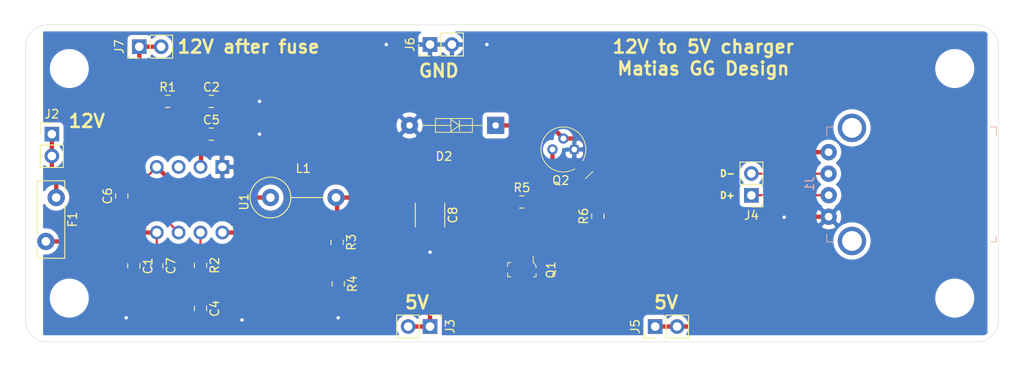
<source format=kicad_pcb>
(kicad_pcb (version 20171130) (host pcbnew 5.1.4-e60b266~84~ubuntu18.04.1)

  (general
    (thickness 1.6)
    (drawings 19)
    (tracks 110)
    (zones 0)
    (modules 30)
    (nets 18)
  )

  (page A4)
  (layers
    (0 F.Cu signal)
    (31 B.Cu signal)
    (32 B.Adhes user)
    (33 F.Adhes user)
    (34 B.Paste user)
    (35 F.Paste user)
    (36 B.SilkS user)
    (37 F.SilkS user)
    (38 B.Mask user)
    (39 F.Mask user)
    (40 Dwgs.User user)
    (41 Cmts.User user)
    (42 Eco1.User user)
    (43 Eco2.User user)
    (44 Edge.Cuts user)
    (45 Margin user)
    (46 B.CrtYd user)
    (47 F.CrtYd user)
    (48 B.Fab user)
    (49 F.Fab user)
  )

  (setup
    (last_trace_width 0.25)
    (user_trace_width 0.5)
    (trace_clearance 0.2)
    (zone_clearance 0.508)
    (zone_45_only yes)
    (trace_min 0.127)
    (via_size 0.8)
    (via_drill 0.4)
    (via_min_size 0.6)
    (via_min_drill 0.2)
    (uvia_size 0.3)
    (uvia_drill 0.1)
    (uvias_allowed no)
    (uvia_min_size 0.2)
    (uvia_min_drill 0.1)
    (edge_width 0.05)
    (segment_width 0.2)
    (pcb_text_width 0.3)
    (pcb_text_size 1.5 1.5)
    (mod_edge_width 0.12)
    (mod_text_size 1 1)
    (mod_text_width 0.15)
    (pad_size 1 1)
    (pad_drill 0.68)
    (pad_to_mask_clearance 0.051)
    (solder_mask_min_width 0.25)
    (aux_axis_origin 0 0)
    (visible_elements FFFDFF7F)
    (pcbplotparams
      (layerselection 0x010f0_ffffffff)
      (usegerberextensions false)
      (usegerberattributes false)
      (usegerberadvancedattributes true)
      (creategerberjobfile false)
      (excludeedgelayer true)
      (linewidth 0.150000)
      (plotframeref false)
      (viasonmask false)
      (mode 1)
      (useauxorigin true)
      (hpglpennumber 1)
      (hpglpenspeed 20)
      (hpglpendiameter 15.000000)
      (psnegative false)
      (psa4output false)
      (plotreference true)
      (plotvalue true)
      (plotinvisibletext false)
      (padsonsilk false)
      (subtractmaskfromsilk false)
      (outputformat 1)
      (mirror false)
      (drillshape 0)
      (scaleselection 1)
      (outputdirectory ""))
  )

  (net 0 "")
  (net 1 GND)
  (net 2 +12V)
  (net 3 "Net-(C4-Pad1)")
  (net 4 "Net-(C5-Pad1)")
  (net 5 "Net-(C6-Pad1)")
  (net 6 "Net-(C6-Pad2)")
  (net 7 +5V)
  (net 8 "Net-(J1-PadSH)")
  (net 9 "Net-(J1-Pad1)")
  (net 10 /D-)
  (net 11 /D+)
  (net 12 "Net-(Q1-Pad1)")
  (net 13 "Net-(C2-Pad1)")
  (net 14 "Net-(D2-Pad1)")
  (net 15 "Net-(R2-Pad1)")
  (net 16 "Net-(R3-Pad2)")
  (net 17 "Net-(C1-Pad1)")

  (net_class Default "This is the default net class."
    (clearance 0.2)
    (trace_width 0.25)
    (via_dia 0.8)
    (via_drill 0.4)
    (uvia_dia 0.3)
    (uvia_drill 0.1)
    (add_net +12V)
    (add_net +5V)
    (add_net /D+)
    (add_net /D-)
    (add_net GND)
    (add_net "Net-(C1-Pad1)")
    (add_net "Net-(C2-Pad1)")
    (add_net "Net-(C4-Pad1)")
    (add_net "Net-(C5-Pad1)")
    (add_net "Net-(C6-Pad1)")
    (add_net "Net-(C6-Pad2)")
    (add_net "Net-(D2-Pad1)")
    (add_net "Net-(J1-Pad1)")
    (add_net "Net-(J1-PadSH)")
    (add_net "Net-(Q1-Pad1)")
    (add_net "Net-(R2-Pad1)")
    (add_net "Net-(R3-Pad2)")
  )

  (module Connector_PinHeader_2.54mm:PinHeader_1x02_P2.54mm_Vertical (layer F.Cu) (tedit 59FED5CC) (tstamp 5D90D1BA)
    (at 87.122 86.614 90)
    (descr "Through hole straight pin header, 1x02, 2.54mm pitch, single row")
    (tags "Through hole pin header THT 1x02 2.54mm single row")
    (path /5D979866)
    (fp_text reference J7 (at 0 -2.33 90) (layer F.SilkS)
      (effects (font (size 1 1) (thickness 0.15)))
    )
    (fp_text value 22-23-2021 (at 0 4.87 90) (layer F.Fab)
      (effects (font (size 1 1) (thickness 0.15)))
    )
    (fp_text user %R (at 0 1.27) (layer F.Fab)
      (effects (font (size 1 1) (thickness 0.15)))
    )
    (fp_line (start 1.8 -1.8) (end -1.8 -1.8) (layer F.CrtYd) (width 0.05))
    (fp_line (start 1.8 4.35) (end 1.8 -1.8) (layer F.CrtYd) (width 0.05))
    (fp_line (start -1.8 4.35) (end 1.8 4.35) (layer F.CrtYd) (width 0.05))
    (fp_line (start -1.8 -1.8) (end -1.8 4.35) (layer F.CrtYd) (width 0.05))
    (fp_line (start -1.33 -1.33) (end 0 -1.33) (layer F.SilkS) (width 0.12))
    (fp_line (start -1.33 0) (end -1.33 -1.33) (layer F.SilkS) (width 0.12))
    (fp_line (start -1.33 1.27) (end 1.33 1.27) (layer F.SilkS) (width 0.12))
    (fp_line (start 1.33 1.27) (end 1.33 3.87) (layer F.SilkS) (width 0.12))
    (fp_line (start -1.33 1.27) (end -1.33 3.87) (layer F.SilkS) (width 0.12))
    (fp_line (start -1.33 3.87) (end 1.33 3.87) (layer F.SilkS) (width 0.12))
    (fp_line (start -1.27 -0.635) (end -0.635 -1.27) (layer F.Fab) (width 0.1))
    (fp_line (start -1.27 3.81) (end -1.27 -0.635) (layer F.Fab) (width 0.1))
    (fp_line (start 1.27 3.81) (end -1.27 3.81) (layer F.Fab) (width 0.1))
    (fp_line (start 1.27 -1.27) (end 1.27 3.81) (layer F.Fab) (width 0.1))
    (fp_line (start -0.635 -1.27) (end 1.27 -1.27) (layer F.Fab) (width 0.1))
    (pad 2 thru_hole oval (at 0 2.54 90) (size 1.7 1.7) (drill 1) (layers *.Cu *.Mask)
      (net 17 "Net-(C1-Pad1)"))
    (pad 1 thru_hole rect (at 0 0 90) (size 1.7 1.7) (drill 1) (layers *.Cu *.Mask)
      (net 17 "Net-(C1-Pad1)"))
    (model ${KISYS3DMOD}/Connector_PinHeader_2.54mm.3dshapes/PinHeader_1x02_P2.54mm_Vertical.wrl
      (at (xyz 0 0 0))
      (scale (xyz 1 1 1))
      (rotate (xyz 0 0 0))
    )
  )

  (module Fuse:Fuse_Bourns_MF-RHT300 (layer F.Cu) (tedit 5B8F0E50) (tstamp 5D90B8D6)
    (at 77.47 104.14 270)
    (descr "PTC Resettable Fuse, Ihold = 3.0A, Itrip=6.0A, http://www.bourns.com/docs/product-datasheets/mfrht.pdf")
    (tags "ptc resettable fuse polyfuse THT")
    (path /5D932483)
    (fp_text reference F1 (at 2.55 -1.9 90) (layer F.SilkS)
      (effects (font (size 1 1) (thickness 0.15)))
    )
    (fp_text value Polyfuse (at 2.55 3.1 90) (layer F.Fab)
      (effects (font (size 1 1) (thickness 0.15)))
    )
    (fp_text user %R (at 2.55 0.6 90) (layer F.Fab)
      (effects (font (size 1 1) (thickness 0.15)))
    )
    (fp_line (start 7.2 -1.15) (end -2.1 -1.15) (layer F.CrtYd) (width 0.05))
    (fp_line (start 7.2 2.35) (end 7.2 -1.15) (layer F.CrtYd) (width 0.05))
    (fp_line (start -2.1 2.35) (end 7.2 2.35) (layer F.CrtYd) (width 0.05))
    (fp_line (start -2.1 -1.15) (end -2.1 2.35) (layer F.CrtYd) (width 0.05))
    (fp_line (start 7.05 -1) (end 7.05 2.2) (layer F.SilkS) (width 0.12))
    (fp_line (start -1.951 -1) (end -1.951 2.2) (layer F.SilkS) (width 0.12))
    (fp_line (start 5.979 2.2) (end 7.05 2.2) (layer F.SilkS) (width 0.12))
    (fp_line (start -1.951 2.2) (end 4.222 2.2) (layer F.SilkS) (width 0.12))
    (fp_line (start 0.879 -1) (end 7.05 -1) (layer F.SilkS) (width 0.12))
    (fp_line (start -1.951 -1) (end -0.879 -1) (layer F.SilkS) (width 0.12))
    (fp_line (start 6.95 -0.9) (end -1.85 -0.9) (layer F.Fab) (width 0.1))
    (fp_line (start 6.95 2.1) (end 6.95 -0.9) (layer F.Fab) (width 0.1))
    (fp_line (start -1.85 2.1) (end 6.95 2.1) (layer F.Fab) (width 0.1))
    (fp_line (start -1.85 -0.9) (end -1.85 2.1) (layer F.Fab) (width 0.1))
    (pad 2 thru_hole circle (at 5.1 1.2 270) (size 2.01 2.01) (drill 1.01) (layers *.Cu *.Mask)
      (net 17 "Net-(C1-Pad1)"))
    (pad 1 thru_hole circle (at 0 0 270) (size 2.01 2.01) (drill 1.01) (layers *.Cu *.Mask)
      (net 2 +12V))
    (model ${KISYS3DMOD}/Fuse.3dshapes/Fuse_Bourns_MF-RHT300.wrl
      (at (xyz 0 0 0))
      (scale (xyz 1 1 1))
      (rotate (xyz 0 0 0))
    )
  )

  (module MountingHole:MountingHole_3.5mm (layer F.Cu) (tedit 56D1B4CB) (tstamp 5D90A004)
    (at 78.994 115.824)
    (descr "Mounting Hole 3.5mm, no annular")
    (tags "mounting hole 3.5mm no annular")
    (attr virtual)
    (fp_text reference Mnt2 (at 0 -4.5) (layer F.SilkS) hide
      (effects (font (size 1 1) (thickness 0.15)))
    )
    (fp_text value MountingHole_3.5mm (at 0 4.5) (layer F.Fab)
      (effects (font (size 1 1) (thickness 0.15)))
    )
    (fp_text user %R (at 0.3 0) (layer F.Fab)
      (effects (font (size 1 1) (thickness 0.15)))
    )
    (fp_circle (center 0 0) (end 3.5 0) (layer Cmts.User) (width 0.15))
    (fp_circle (center 0 0) (end 3.75 0) (layer F.CrtYd) (width 0.05))
    (pad 1 np_thru_hole circle (at 0 0) (size 3.5 3.5) (drill 3.5) (layers *.Cu *.Mask))
  )

  (module MountingHole:MountingHole_3.5mm (layer F.Cu) (tedit 56D1B4CB) (tstamp 5D90A004)
    (at 181.864 115.824)
    (descr "Mounting Hole 3.5mm, no annular")
    (tags "mounting hole 3.5mm no annular")
    (attr virtual)
    (fp_text reference Mnt4 (at 0 -4.5) (layer F.SilkS) hide
      (effects (font (size 1 1) (thickness 0.15)))
    )
    (fp_text value MountingHole_3.5mm (at 0 4.5) (layer F.Fab)
      (effects (font (size 1 1) (thickness 0.15)))
    )
    (fp_text user %R (at 0.3 0) (layer F.Fab)
      (effects (font (size 1 1) (thickness 0.15)))
    )
    (fp_circle (center 0 0) (end 3.5 0) (layer Cmts.User) (width 0.15))
    (fp_circle (center 0 0) (end 3.75 0) (layer F.CrtYd) (width 0.05))
    (pad 1 np_thru_hole circle (at 0 0) (size 3.5 3.5) (drill 3.5) (layers *.Cu *.Mask))
  )

  (module MountingHole:MountingHole_3.5mm (layer F.Cu) (tedit 56D1B4CB) (tstamp 5D90A004)
    (at 181.864 89.154)
    (descr "Mounting Hole 3.5mm, no annular")
    (tags "mounting hole 3.5mm no annular")
    (attr virtual)
    (fp_text reference Mnt3 (at 0 -4.5) (layer F.SilkS) hide
      (effects (font (size 1 1) (thickness 0.15)))
    )
    (fp_text value MountingHole_3.5mm (at 0 4.5) (layer F.Fab)
      (effects (font (size 1 1) (thickness 0.15)))
    )
    (fp_text user %R (at 0.3 0) (layer F.Fab)
      (effects (font (size 1 1) (thickness 0.15)))
    )
    (fp_circle (center 0 0) (end 3.5 0) (layer Cmts.User) (width 0.15))
    (fp_circle (center 0 0) (end 3.75 0) (layer F.CrtYd) (width 0.05))
    (pad 1 np_thru_hole circle (at 0 0) (size 3.5 3.5) (drill 3.5) (layers *.Cu *.Mask))
  )

  (module MountingHole:MountingHole_3.5mm (layer F.Cu) (tedit 56D1B4CB) (tstamp 5D909F4A)
    (at 78.994 89.154)
    (descr "Mounting Hole 3.5mm, no annular")
    (tags "mounting hole 3.5mm no annular")
    (attr virtual)
    (fp_text reference Mnt1 (at 0 -4.5) (layer F.SilkS) hide
      (effects (font (size 1 1) (thickness 0.15)))
    )
    (fp_text value MountingHole_3.5mm (at 0 4.5) (layer F.Fab)
      (effects (font (size 1 1) (thickness 0.15)))
    )
    (fp_circle (center 0 0) (end 3.75 0) (layer F.CrtYd) (width 0.05))
    (fp_circle (center 0 0) (end 3.5 0) (layer Cmts.User) (width 0.15))
    (fp_text user %R (at 0.3 0) (layer F.Fab)
      (effects (font (size 1 1) (thickness 0.15)))
    )
    (pad 1 np_thru_hole circle (at 0 0) (size 3.5 3.5) (drill 3.5) (layers *.Cu *.Mask))
  )

  (module Connector_PinHeader_2.54mm:PinHeader_1x02_P2.54mm_Vertical (layer F.Cu) (tedit 59FED5CC) (tstamp 5D7825BE)
    (at 147.066 119.126 90)
    (descr "Through hole straight pin header, 1x02, 2.54mm pitch, single row")
    (tags "Through hole pin header THT 1x02 2.54mm single row")
    (path /5D7CBCFE)
    (fp_text reference J5 (at 0 -2.33 90) (layer F.SilkS)
      (effects (font (size 1 1) (thickness 0.15)))
    )
    (fp_text value 22-23-2021 (at 0 4.87 90) (layer F.Fab)
      (effects (font (size 1 1) (thickness 0.15)))
    )
    (fp_text user %R (at 0 1.27) (layer F.Fab)
      (effects (font (size 1 1) (thickness 0.15)))
    )
    (fp_line (start 1.8 -1.8) (end -1.8 -1.8) (layer F.CrtYd) (width 0.05))
    (fp_line (start 1.8 4.35) (end 1.8 -1.8) (layer F.CrtYd) (width 0.05))
    (fp_line (start -1.8 4.35) (end 1.8 4.35) (layer F.CrtYd) (width 0.05))
    (fp_line (start -1.8 -1.8) (end -1.8 4.35) (layer F.CrtYd) (width 0.05))
    (fp_line (start -1.33 -1.33) (end 0 -1.33) (layer F.SilkS) (width 0.12))
    (fp_line (start -1.33 0) (end -1.33 -1.33) (layer F.SilkS) (width 0.12))
    (fp_line (start -1.33 1.27) (end 1.33 1.27) (layer F.SilkS) (width 0.12))
    (fp_line (start 1.33 1.27) (end 1.33 3.87) (layer F.SilkS) (width 0.12))
    (fp_line (start -1.33 1.27) (end -1.33 3.87) (layer F.SilkS) (width 0.12))
    (fp_line (start -1.33 3.87) (end 1.33 3.87) (layer F.SilkS) (width 0.12))
    (fp_line (start -1.27 -0.635) (end -0.635 -1.27) (layer F.Fab) (width 0.1))
    (fp_line (start -1.27 3.81) (end -1.27 -0.635) (layer F.Fab) (width 0.1))
    (fp_line (start 1.27 3.81) (end -1.27 3.81) (layer F.Fab) (width 0.1))
    (fp_line (start 1.27 -1.27) (end 1.27 3.81) (layer F.Fab) (width 0.1))
    (fp_line (start -0.635 -1.27) (end 1.27 -1.27) (layer F.Fab) (width 0.1))
    (pad 2 thru_hole oval (at 0 2.54 90) (size 1.7 1.7) (drill 1) (layers *.Cu *.Mask)
      (net 9 "Net-(J1-Pad1)"))
    (pad 1 thru_hole rect (at 0 0 90) (size 1.7 1.7) (drill 1) (layers *.Cu *.Mask)
      (net 9 "Net-(J1-Pad1)"))
    (model ${KISYS3DMOD}/Connector_PinHeader_2.54mm.3dshapes/PinHeader_1x02_P2.54mm_Vertical.wrl
      (at (xyz 0 0 0))
      (scale (xyz 1 1 1))
      (rotate (xyz 0 0 0))
    )
  )

  (module Connector_PinHeader_2.54mm:PinHeader_1x02_P2.54mm_Vertical (layer F.Cu) (tedit 59FED5CC) (tstamp 5D79BE25)
    (at 120.904 86.36 90)
    (descr "Through hole straight pin header, 1x02, 2.54mm pitch, single row")
    (tags "Through hole pin header THT 1x02 2.54mm single row")
    (path /5D7B8E19)
    (fp_text reference J6 (at 0 -2.33 90) (layer F.SilkS)
      (effects (font (size 1 1) (thickness 0.15)))
    )
    (fp_text value 22-23-2021 (at 0 4.87 90) (layer F.Fab)
      (effects (font (size 1 1) (thickness 0.15)))
    )
    (fp_text user %R (at 0 1.27) (layer F.Fab)
      (effects (font (size 1 1) (thickness 0.15)))
    )
    (fp_line (start 1.8 -1.8) (end -1.8 -1.8) (layer F.CrtYd) (width 0.05))
    (fp_line (start 1.8 4.35) (end 1.8 -1.8) (layer F.CrtYd) (width 0.05))
    (fp_line (start -1.8 4.35) (end 1.8 4.35) (layer F.CrtYd) (width 0.05))
    (fp_line (start -1.8 -1.8) (end -1.8 4.35) (layer F.CrtYd) (width 0.05))
    (fp_line (start -1.33 -1.33) (end 0 -1.33) (layer F.SilkS) (width 0.12))
    (fp_line (start -1.33 0) (end -1.33 -1.33) (layer F.SilkS) (width 0.12))
    (fp_line (start -1.33 1.27) (end 1.33 1.27) (layer F.SilkS) (width 0.12))
    (fp_line (start 1.33 1.27) (end 1.33 3.87) (layer F.SilkS) (width 0.12))
    (fp_line (start -1.33 1.27) (end -1.33 3.87) (layer F.SilkS) (width 0.12))
    (fp_line (start -1.33 3.87) (end 1.33 3.87) (layer F.SilkS) (width 0.12))
    (fp_line (start -1.27 -0.635) (end -0.635 -1.27) (layer F.Fab) (width 0.1))
    (fp_line (start -1.27 3.81) (end -1.27 -0.635) (layer F.Fab) (width 0.1))
    (fp_line (start 1.27 3.81) (end -1.27 3.81) (layer F.Fab) (width 0.1))
    (fp_line (start 1.27 -1.27) (end 1.27 3.81) (layer F.Fab) (width 0.1))
    (fp_line (start -0.635 -1.27) (end 1.27 -1.27) (layer F.Fab) (width 0.1))
    (pad 2 thru_hole oval (at 0 2.54 90) (size 1.7 1.7) (drill 1) (layers *.Cu *.Mask)
      (net 1 GND))
    (pad 1 thru_hole rect (at 0 0 90) (size 1.7 1.7) (drill 1) (layers *.Cu *.Mask)
      (net 1 GND))
    (model ${KISYS3DMOD}/Connector_PinHeader_2.54mm.3dshapes/PinHeader_1x02_P2.54mm_Vertical.wrl
      (at (xyz 0 0 0))
      (scale (xyz 1 1 1))
      (rotate (xyz 0 0 0))
    )
  )

  (module Connector_PinHeader_2.54mm:PinHeader_1x02_P2.54mm_Vertical (layer F.Cu) (tedit 59FED5CC) (tstamp 5D070785)
    (at 158.242 103.886 180)
    (descr "Through hole straight pin header, 1x02, 2.54mm pitch, single row")
    (tags "Through hole pin header THT 1x02 2.54mm single row")
    (path /5D0F1B5B)
    (fp_text reference J4 (at 0 -2.33) (layer F.SilkS)
      (effects (font (size 1 1) (thickness 0.15)))
    )
    (fp_text value 22-23-2021 (at 0 4.87) (layer F.Fab)
      (effects (font (size 1 1) (thickness 0.15)))
    )
    (fp_text user %R (at 0 1.27 90) (layer F.Fab)
      (effects (font (size 1 1) (thickness 0.15)))
    )
    (fp_line (start 1.8 -1.8) (end -1.8 -1.8) (layer F.CrtYd) (width 0.05))
    (fp_line (start 1.8 4.35) (end 1.8 -1.8) (layer F.CrtYd) (width 0.05))
    (fp_line (start -1.8 4.35) (end 1.8 4.35) (layer F.CrtYd) (width 0.05))
    (fp_line (start -1.8 -1.8) (end -1.8 4.35) (layer F.CrtYd) (width 0.05))
    (fp_line (start -1.33 -1.33) (end 0 -1.33) (layer F.SilkS) (width 0.12))
    (fp_line (start -1.33 0) (end -1.33 -1.33) (layer F.SilkS) (width 0.12))
    (fp_line (start -1.33 1.27) (end 1.33 1.27) (layer F.SilkS) (width 0.12))
    (fp_line (start 1.33 1.27) (end 1.33 3.87) (layer F.SilkS) (width 0.12))
    (fp_line (start -1.33 1.27) (end -1.33 3.87) (layer F.SilkS) (width 0.12))
    (fp_line (start -1.33 3.87) (end 1.33 3.87) (layer F.SilkS) (width 0.12))
    (fp_line (start -1.27 -0.635) (end -0.635 -1.27) (layer F.Fab) (width 0.1))
    (fp_line (start -1.27 3.81) (end -1.27 -0.635) (layer F.Fab) (width 0.1))
    (fp_line (start 1.27 3.81) (end -1.27 3.81) (layer F.Fab) (width 0.1))
    (fp_line (start 1.27 -1.27) (end 1.27 3.81) (layer F.Fab) (width 0.1))
    (fp_line (start -0.635 -1.27) (end 1.27 -1.27) (layer F.Fab) (width 0.1))
    (pad 2 thru_hole oval (at 0 2.54 180) (size 1.7 1.7) (drill 1) (layers *.Cu *.Mask)
      (net 10 /D-))
    (pad 1 thru_hole rect (at 0 0 180) (size 1.7 1.7) (drill 1) (layers *.Cu *.Mask)
      (net 11 /D+))
    (model ${KISYS3DMOD}/Connector_PinHeader_2.54mm.3dshapes/PinHeader_1x02_P2.54mm_Vertical.wrl
      (at (xyz 0 0 0))
      (scale (xyz 1 1 1))
      (rotate (xyz 0 0 0))
    )
  )

  (module Connector_PinHeader_2.54mm:PinHeader_1x02_P2.54mm_Vertical (layer F.Cu) (tedit 59FED5CC) (tstamp 5D07076E)
    (at 120.904 119.126 270)
    (descr "Through hole straight pin header, 1x02, 2.54mm pitch, single row")
    (tags "Through hole pin header THT 1x02 2.54mm single row")
    (path /5D0FD41F)
    (fp_text reference J3 (at 0 -2.33 90) (layer F.SilkS)
      (effects (font (size 1 1) (thickness 0.15)))
    )
    (fp_text value 22-23-2021 (at 0 4.87 90) (layer F.Fab)
      (effects (font (size 1 1) (thickness 0.15)))
    )
    (fp_text user %R (at 0 1.27) (layer F.Fab)
      (effects (font (size 1 1) (thickness 0.15)))
    )
    (fp_line (start 1.8 -1.8) (end -1.8 -1.8) (layer F.CrtYd) (width 0.05))
    (fp_line (start 1.8 4.35) (end 1.8 -1.8) (layer F.CrtYd) (width 0.05))
    (fp_line (start -1.8 4.35) (end 1.8 4.35) (layer F.CrtYd) (width 0.05))
    (fp_line (start -1.8 -1.8) (end -1.8 4.35) (layer F.CrtYd) (width 0.05))
    (fp_line (start -1.33 -1.33) (end 0 -1.33) (layer F.SilkS) (width 0.12))
    (fp_line (start -1.33 0) (end -1.33 -1.33) (layer F.SilkS) (width 0.12))
    (fp_line (start -1.33 1.27) (end 1.33 1.27) (layer F.SilkS) (width 0.12))
    (fp_line (start 1.33 1.27) (end 1.33 3.87) (layer F.SilkS) (width 0.12))
    (fp_line (start -1.33 1.27) (end -1.33 3.87) (layer F.SilkS) (width 0.12))
    (fp_line (start -1.33 3.87) (end 1.33 3.87) (layer F.SilkS) (width 0.12))
    (fp_line (start -1.27 -0.635) (end -0.635 -1.27) (layer F.Fab) (width 0.1))
    (fp_line (start -1.27 3.81) (end -1.27 -0.635) (layer F.Fab) (width 0.1))
    (fp_line (start 1.27 3.81) (end -1.27 3.81) (layer F.Fab) (width 0.1))
    (fp_line (start 1.27 -1.27) (end 1.27 3.81) (layer F.Fab) (width 0.1))
    (fp_line (start -0.635 -1.27) (end 1.27 -1.27) (layer F.Fab) (width 0.1))
    (pad 2 thru_hole oval (at 0 2.54 270) (size 1.7 1.7) (drill 1) (layers *.Cu *.Mask)
      (net 7 +5V))
    (pad 1 thru_hole rect (at 0 0 270) (size 1.7 1.7) (drill 1) (layers *.Cu *.Mask)
      (net 7 +5V))
    (model ${KISYS3DMOD}/Connector_PinHeader_2.54mm.3dshapes/PinHeader_1x02_P2.54mm_Vertical.wrl
      (at (xyz 0 0 0))
      (scale (xyz 1 1 1))
      (rotate (xyz 0 0 0))
    )
  )

  (module Connector_PinHeader_2.54mm:PinHeader_1x02_P2.54mm_Vertical (layer F.Cu) (tedit 59FED5CC) (tstamp 5D070757)
    (at 76.962 96.774)
    (descr "Through hole straight pin header, 1x02, 2.54mm pitch, single row")
    (tags "Through hole pin header THT 1x02 2.54mm single row")
    (path /5D0FFAE0)
    (fp_text reference J2 (at 0 -2.33) (layer F.SilkS)
      (effects (font (size 1 1) (thickness 0.15)))
    )
    (fp_text value 22-23-2021 (at 0 4.87) (layer F.Fab)
      (effects (font (size 1 1) (thickness 0.15)))
    )
    (fp_text user %R (at 0 1.27 90) (layer F.Fab)
      (effects (font (size 1 1) (thickness 0.15)))
    )
    (fp_line (start 1.8 -1.8) (end -1.8 -1.8) (layer F.CrtYd) (width 0.05))
    (fp_line (start 1.8 4.35) (end 1.8 -1.8) (layer F.CrtYd) (width 0.05))
    (fp_line (start -1.8 4.35) (end 1.8 4.35) (layer F.CrtYd) (width 0.05))
    (fp_line (start -1.8 -1.8) (end -1.8 4.35) (layer F.CrtYd) (width 0.05))
    (fp_line (start -1.33 -1.33) (end 0 -1.33) (layer F.SilkS) (width 0.12))
    (fp_line (start -1.33 0) (end -1.33 -1.33) (layer F.SilkS) (width 0.12))
    (fp_line (start -1.33 1.27) (end 1.33 1.27) (layer F.SilkS) (width 0.12))
    (fp_line (start 1.33 1.27) (end 1.33 3.87) (layer F.SilkS) (width 0.12))
    (fp_line (start -1.33 1.27) (end -1.33 3.87) (layer F.SilkS) (width 0.12))
    (fp_line (start -1.33 3.87) (end 1.33 3.87) (layer F.SilkS) (width 0.12))
    (fp_line (start -1.27 -0.635) (end -0.635 -1.27) (layer F.Fab) (width 0.1))
    (fp_line (start -1.27 3.81) (end -1.27 -0.635) (layer F.Fab) (width 0.1))
    (fp_line (start 1.27 3.81) (end -1.27 3.81) (layer F.Fab) (width 0.1))
    (fp_line (start 1.27 -1.27) (end 1.27 3.81) (layer F.Fab) (width 0.1))
    (fp_line (start -0.635 -1.27) (end 1.27 -1.27) (layer F.Fab) (width 0.1))
    (pad 2 thru_hole oval (at 0 2.54) (size 1.7 1.7) (drill 1) (layers *.Cu *.Mask)
      (net 2 +12V))
    (pad 1 thru_hole rect (at 0 0) (size 1.7 1.7) (drill 1) (layers *.Cu *.Mask)
      (net 2 +12V))
    (model ${KISYS3DMOD}/Connector_PinHeader_2.54mm.3dshapes/PinHeader_1x02_P2.54mm_Vertical.wrl
      (at (xyz 0 0 0))
      (scale (xyz 1 1 1))
      (rotate (xyz 0 0 0))
    )
  )

  (module Capacitor_SMD:C_1812_4532Metric (layer F.Cu) (tedit 5B301BBE) (tstamp 5D07070A)
    (at 120.904 106.172 270)
    (descr "Capacitor SMD 1812 (4532 Metric), square (rectangular) end terminal, IPC_7351 nominal, (Body size source: https://www.nikhef.nl/pub/departments/mt/projects/detectorR_D/dtddice/ERJ2G.pdf), generated with kicad-footprint-generator")
    (tags capacitor)
    (path /5D0B5005)
    (attr smd)
    (fp_text reference C8 (at 0 -2.65 90) (layer F.SilkS)
      (effects (font (size 1 1) (thickness 0.15)))
    )
    (fp_text value 470u (at 0 2.65 90) (layer F.Fab)
      (effects (font (size 1 1) (thickness 0.15)))
    )
    (fp_text user %R (at -0.127 -0.127 90) (layer F.Fab)
      (effects (font (size 1 1) (thickness 0.15)))
    )
    (fp_line (start 2.95 1.95) (end -2.95 1.95) (layer F.CrtYd) (width 0.05))
    (fp_line (start 2.95 -1.95) (end 2.95 1.95) (layer F.CrtYd) (width 0.05))
    (fp_line (start -2.95 -1.95) (end 2.95 -1.95) (layer F.CrtYd) (width 0.05))
    (fp_line (start -2.95 1.95) (end -2.95 -1.95) (layer F.CrtYd) (width 0.05))
    (fp_line (start -1.386252 1.71) (end 1.386252 1.71) (layer F.SilkS) (width 0.12))
    (fp_line (start -1.386252 -1.71) (end 1.386252 -1.71) (layer F.SilkS) (width 0.12))
    (fp_line (start 2.25 1.6) (end -2.25 1.6) (layer F.Fab) (width 0.1))
    (fp_line (start 2.25 -1.6) (end 2.25 1.6) (layer F.Fab) (width 0.1))
    (fp_line (start -2.25 -1.6) (end 2.25 -1.6) (layer F.Fab) (width 0.1))
    (fp_line (start -2.25 1.6) (end -2.25 -1.6) (layer F.Fab) (width 0.1))
    (pad 2 smd roundrect (at 2.1375 0 270) (size 1.125 3.4) (layers F.Cu F.Paste F.Mask) (roundrect_rratio 0.222222)
      (net 1 GND))
    (pad 1 smd roundrect (at -2.1375 0 270) (size 1.125 3.4) (layers F.Cu F.Paste F.Mask) (roundrect_rratio 0.222222)
      (net 7 +5V))
    (model ${KISYS3DMOD}/Capacitor_SMD.3dshapes/C_1812_4532Metric.wrl
      (at (xyz 0 0 0))
      (scale (xyz 1 1 1))
      (rotate (xyz 0 0 0))
    )
  )

  (module Capacitor_SMD:C_0805_2012Metric (layer F.Cu) (tedit 5B36C52B) (tstamp 5D070693)
    (at 89.154 112.079 270)
    (descr "Capacitor SMD 0805 (2012 Metric), square (rectangular) end terminal, IPC_7351 nominal, (Body size source: https://docs.google.com/spreadsheets/d/1BsfQQcO9C6DZCsRaXUlFlo91Tg2WpOkGARC1WS5S8t0/edit?usp=sharing), generated with kicad-footprint-generator")
    (tags capacitor)
    (path /5D09551A)
    (attr smd)
    (fp_text reference C7 (at 0 -1.65 90) (layer F.SilkS)
      (effects (font (size 1 1) (thickness 0.15)))
    )
    (fp_text value 220n (at 0 1.65 90) (layer F.Fab)
      (effects (font (size 1 1) (thickness 0.15)))
    )
    (fp_text user %R (at 0 0 90) (layer F.Fab)
      (effects (font (size 0.5 0.5) (thickness 0.08)))
    )
    (fp_line (start 1.68 0.95) (end -1.68 0.95) (layer F.CrtYd) (width 0.05))
    (fp_line (start 1.68 -0.95) (end 1.68 0.95) (layer F.CrtYd) (width 0.05))
    (fp_line (start -1.68 -0.95) (end 1.68 -0.95) (layer F.CrtYd) (width 0.05))
    (fp_line (start -1.68 0.95) (end -1.68 -0.95) (layer F.CrtYd) (width 0.05))
    (fp_line (start -0.258578 0.71) (end 0.258578 0.71) (layer F.SilkS) (width 0.12))
    (fp_line (start -0.258578 -0.71) (end 0.258578 -0.71) (layer F.SilkS) (width 0.12))
    (fp_line (start 1 0.6) (end -1 0.6) (layer F.Fab) (width 0.1))
    (fp_line (start 1 -0.6) (end 1 0.6) (layer F.Fab) (width 0.1))
    (fp_line (start -1 -0.6) (end 1 -0.6) (layer F.Fab) (width 0.1))
    (fp_line (start -1 0.6) (end -1 -0.6) (layer F.Fab) (width 0.1))
    (pad 2 smd roundrect (at 0.9375 0 270) (size 0.975 1.4) (layers F.Cu F.Paste F.Mask) (roundrect_rratio 0.25)
      (net 1 GND))
    (pad 1 smd roundrect (at -0.9375 0 270) (size 0.975 1.4) (layers F.Cu F.Paste F.Mask) (roundrect_rratio 0.25)
      (net 17 "Net-(C1-Pad1)"))
    (model ${KISYS3DMOD}/Capacitor_SMD.3dshapes/C_0805_2012Metric.wrl
      (at (xyz 0 0 0))
      (scale (xyz 1 1 1))
      (rotate (xyz 0 0 0))
    )
  )

  (module Capacitor_SMD:C_0805_2012Metric (layer F.Cu) (tedit 5B36C52B) (tstamp 5D0706E3)
    (at 85.09 103.951 90)
    (descr "Capacitor SMD 0805 (2012 Metric), square (rectangular) end terminal, IPC_7351 nominal, (Body size source: https://docs.google.com/spreadsheets/d/1BsfQQcO9C6DZCsRaXUlFlo91Tg2WpOkGARC1WS5S8t0/edit?usp=sharing), generated with kicad-footprint-generator")
    (tags capacitor)
    (path /5D0C9BEA)
    (attr smd)
    (fp_text reference C6 (at 0 -1.65 90) (layer F.SilkS)
      (effects (font (size 1 1) (thickness 0.15)))
    )
    (fp_text value 220n (at 0 1.65 90) (layer F.Fab)
      (effects (font (size 1 1) (thickness 0.15)))
    )
    (fp_text user %R (at 0 0 90) (layer F.Fab)
      (effects (font (size 0.5 0.5) (thickness 0.08)))
    )
    (fp_line (start 1.68 0.95) (end -1.68 0.95) (layer F.CrtYd) (width 0.05))
    (fp_line (start 1.68 -0.95) (end 1.68 0.95) (layer F.CrtYd) (width 0.05))
    (fp_line (start -1.68 -0.95) (end 1.68 -0.95) (layer F.CrtYd) (width 0.05))
    (fp_line (start -1.68 0.95) (end -1.68 -0.95) (layer F.CrtYd) (width 0.05))
    (fp_line (start -0.258578 0.71) (end 0.258578 0.71) (layer F.SilkS) (width 0.12))
    (fp_line (start -0.258578 -0.71) (end 0.258578 -0.71) (layer F.SilkS) (width 0.12))
    (fp_line (start 1 0.6) (end -1 0.6) (layer F.Fab) (width 0.1))
    (fp_line (start 1 -0.6) (end 1 0.6) (layer F.Fab) (width 0.1))
    (fp_line (start -1 -0.6) (end 1 -0.6) (layer F.Fab) (width 0.1))
    (fp_line (start -1 0.6) (end -1 -0.6) (layer F.Fab) (width 0.1))
    (pad 2 smd roundrect (at 0.9375 0 90) (size 0.975 1.4) (layers F.Cu F.Paste F.Mask) (roundrect_rratio 0.25)
      (net 6 "Net-(C6-Pad2)"))
    (pad 1 smd roundrect (at -0.9375 0 90) (size 0.975 1.4) (layers F.Cu F.Paste F.Mask) (roundrect_rratio 0.25)
      (net 5 "Net-(C6-Pad1)"))
    (model ${KISYS3DMOD}/Capacitor_SMD.3dshapes/C_0805_2012Metric.wrl
      (at (xyz 0 0 0))
      (scale (xyz 1 1 1))
      (rotate (xyz 0 0 0))
    )
  )

  (module Capacitor_SMD:C_0805_2012Metric (layer F.Cu) (tedit 5B36C52B) (tstamp 5D0706BB)
    (at 95.504 96.774)
    (descr "Capacitor SMD 0805 (2012 Metric), square (rectangular) end terminal, IPC_7351 nominal, (Body size source: https://docs.google.com/spreadsheets/d/1BsfQQcO9C6DZCsRaXUlFlo91Tg2WpOkGARC1WS5S8t0/edit?usp=sharing), generated with kicad-footprint-generator")
    (tags capacitor)
    (path /5D0943DB)
    (attr smd)
    (fp_text reference C5 (at 0 -1.65) (layer F.SilkS)
      (effects (font (size 1 1) (thickness 0.15)))
    )
    (fp_text value 220n (at 0 1.65) (layer F.Fab)
      (effects (font (size 1 1) (thickness 0.15)))
    )
    (fp_text user %R (at 0 0) (layer F.Fab)
      (effects (font (size 0.5 0.5) (thickness 0.08)))
    )
    (fp_line (start 1.68 0.95) (end -1.68 0.95) (layer F.CrtYd) (width 0.05))
    (fp_line (start 1.68 -0.95) (end 1.68 0.95) (layer F.CrtYd) (width 0.05))
    (fp_line (start -1.68 -0.95) (end 1.68 -0.95) (layer F.CrtYd) (width 0.05))
    (fp_line (start -1.68 0.95) (end -1.68 -0.95) (layer F.CrtYd) (width 0.05))
    (fp_line (start -0.258578 0.71) (end 0.258578 0.71) (layer F.SilkS) (width 0.12))
    (fp_line (start -0.258578 -0.71) (end 0.258578 -0.71) (layer F.SilkS) (width 0.12))
    (fp_line (start 1 0.6) (end -1 0.6) (layer F.Fab) (width 0.1))
    (fp_line (start 1 -0.6) (end 1 0.6) (layer F.Fab) (width 0.1))
    (fp_line (start -1 -0.6) (end 1 -0.6) (layer F.Fab) (width 0.1))
    (fp_line (start -1 0.6) (end -1 -0.6) (layer F.Fab) (width 0.1))
    (pad 2 smd roundrect (at 0.9375 0) (size 0.975 1.4) (layers F.Cu F.Paste F.Mask) (roundrect_rratio 0.25)
      (net 1 GND))
    (pad 1 smd roundrect (at -0.9375 0) (size 0.975 1.4) (layers F.Cu F.Paste F.Mask) (roundrect_rratio 0.25)
      (net 4 "Net-(C5-Pad1)"))
    (model ${KISYS3DMOD}/Capacitor_SMD.3dshapes/C_0805_2012Metric.wrl
      (at (xyz 0 0 0))
      (scale (xyz 1 1 1))
      (rotate (xyz 0 0 0))
    )
  )

  (module Capacitor_SMD:C_0805_2012Metric (layer F.Cu) (tedit 5B36C52B) (tstamp 5D0706CF)
    (at 94.234 117.029 270)
    (descr "Capacitor SMD 0805 (2012 Metric), square (rectangular) end terminal, IPC_7351 nominal, (Body size source: https://docs.google.com/spreadsheets/d/1BsfQQcO9C6DZCsRaXUlFlo91Tg2WpOkGARC1WS5S8t0/edit?usp=sharing), generated with kicad-footprint-generator")
    (tags capacitor)
    (path /5D094EF9)
    (attr smd)
    (fp_text reference C4 (at 0 -1.65 90) (layer F.SilkS)
      (effects (font (size 1 1) (thickness 0.15)))
    )
    (fp_text value 22n (at 0 1.65 90) (layer F.Fab)
      (effects (font (size 1 1) (thickness 0.15)))
    )
    (fp_text user %R (at 0 0 90) (layer F.Fab)
      (effects (font (size 0.5 0.5) (thickness 0.08)))
    )
    (fp_line (start 1.68 0.95) (end -1.68 0.95) (layer F.CrtYd) (width 0.05))
    (fp_line (start 1.68 -0.95) (end 1.68 0.95) (layer F.CrtYd) (width 0.05))
    (fp_line (start -1.68 -0.95) (end 1.68 -0.95) (layer F.CrtYd) (width 0.05))
    (fp_line (start -1.68 0.95) (end -1.68 -0.95) (layer F.CrtYd) (width 0.05))
    (fp_line (start -0.258578 0.71) (end 0.258578 0.71) (layer F.SilkS) (width 0.12))
    (fp_line (start -0.258578 -0.71) (end 0.258578 -0.71) (layer F.SilkS) (width 0.12))
    (fp_line (start 1 0.6) (end -1 0.6) (layer F.Fab) (width 0.1))
    (fp_line (start 1 -0.6) (end 1 0.6) (layer F.Fab) (width 0.1))
    (fp_line (start -1 -0.6) (end 1 -0.6) (layer F.Fab) (width 0.1))
    (fp_line (start -1 0.6) (end -1 -0.6) (layer F.Fab) (width 0.1))
    (pad 2 smd roundrect (at 0.9375 0 270) (size 0.975 1.4) (layers F.Cu F.Paste F.Mask) (roundrect_rratio 0.25)
      (net 1 GND))
    (pad 1 smd roundrect (at -0.9375 0 270) (size 0.975 1.4) (layers F.Cu F.Paste F.Mask) (roundrect_rratio 0.25)
      (net 3 "Net-(C4-Pad1)"))
    (model ${KISYS3DMOD}/Capacitor_SMD.3dshapes/C_0805_2012Metric.wrl
      (at (xyz 0 0 0))
      (scale (xyz 1 1 1))
      (rotate (xyz 0 0 0))
    )
  )

  (module Capacitor_SMD:C_0805_2012Metric (layer F.Cu) (tedit 5B36C52B) (tstamp 5D0706A7)
    (at 95.504 92.964)
    (descr "Capacitor SMD 0805 (2012 Metric), square (rectangular) end terminal, IPC_7351 nominal, (Body size source: https://docs.google.com/spreadsheets/d/1BsfQQcO9C6DZCsRaXUlFlo91Tg2WpOkGARC1WS5S8t0/edit?usp=sharing), generated with kicad-footprint-generator")
    (tags capacitor)
    (path /5D0B8E4F)
    (attr smd)
    (fp_text reference C2 (at 0 -1.65) (layer F.SilkS)
      (effects (font (size 1 1) (thickness 0.15)))
    )
    (fp_text value 2.7n (at 0 1.65) (layer F.Fab)
      (effects (font (size 1 1) (thickness 0.15)))
    )
    (fp_text user %R (at 0 0) (layer F.Fab)
      (effects (font (size 0.5 0.5) (thickness 0.08)))
    )
    (fp_line (start 1.68 0.95) (end -1.68 0.95) (layer F.CrtYd) (width 0.05))
    (fp_line (start 1.68 -0.95) (end 1.68 0.95) (layer F.CrtYd) (width 0.05))
    (fp_line (start -1.68 -0.95) (end 1.68 -0.95) (layer F.CrtYd) (width 0.05))
    (fp_line (start -1.68 0.95) (end -1.68 -0.95) (layer F.CrtYd) (width 0.05))
    (fp_line (start -0.258578 0.71) (end 0.258578 0.71) (layer F.SilkS) (width 0.12))
    (fp_line (start -0.258578 -0.71) (end 0.258578 -0.71) (layer F.SilkS) (width 0.12))
    (fp_line (start 1 0.6) (end -1 0.6) (layer F.Fab) (width 0.1))
    (fp_line (start 1 -0.6) (end 1 0.6) (layer F.Fab) (width 0.1))
    (fp_line (start -1 -0.6) (end 1 -0.6) (layer F.Fab) (width 0.1))
    (fp_line (start -1 0.6) (end -1 -0.6) (layer F.Fab) (width 0.1))
    (pad 2 smd roundrect (at 0.9375 0) (size 0.975 1.4) (layers F.Cu F.Paste F.Mask) (roundrect_rratio 0.25)
      (net 1 GND))
    (pad 1 smd roundrect (at -0.9375 0) (size 0.975 1.4) (layers F.Cu F.Paste F.Mask) (roundrect_rratio 0.25)
      (net 13 "Net-(C2-Pad1)"))
    (model ${KISYS3DMOD}/Capacitor_SMD.3dshapes/C_0805_2012Metric.wrl
      (at (xyz 0 0 0))
      (scale (xyz 1 1 1))
      (rotate (xyz 0 0 0))
    )
  )

  (module Capacitor_SMD:C_0805_2012Metric (layer F.Cu) (tedit 5B36C52B) (tstamp 5D07067F)
    (at 86.487 112.076 270)
    (descr "Capacitor SMD 0805 (2012 Metric), square (rectangular) end terminal, IPC_7351 nominal, (Body size source: https://docs.google.com/spreadsheets/d/1BsfQQcO9C6DZCsRaXUlFlo91Tg2WpOkGARC1WS5S8t0/edit?usp=sharing), generated with kicad-footprint-generator")
    (tags capacitor)
    (path /5D095355)
    (attr smd)
    (fp_text reference C1 (at 0 -1.65 90) (layer F.SilkS)
      (effects (font (size 1 1) (thickness 0.15)))
    )
    (fp_text value 220u (at 0 1.65 90) (layer F.Fab)
      (effects (font (size 1 1) (thickness 0.15)))
    )
    (fp_text user %R (at 0 0 90) (layer F.Fab)
      (effects (font (size 0.5 0.5) (thickness 0.08)))
    )
    (fp_line (start 1.68 0.95) (end -1.68 0.95) (layer F.CrtYd) (width 0.05))
    (fp_line (start 1.68 -0.95) (end 1.68 0.95) (layer F.CrtYd) (width 0.05))
    (fp_line (start -1.68 -0.95) (end 1.68 -0.95) (layer F.CrtYd) (width 0.05))
    (fp_line (start -1.68 0.95) (end -1.68 -0.95) (layer F.CrtYd) (width 0.05))
    (fp_line (start -0.258578 0.71) (end 0.258578 0.71) (layer F.SilkS) (width 0.12))
    (fp_line (start -0.258578 -0.71) (end 0.258578 -0.71) (layer F.SilkS) (width 0.12))
    (fp_line (start 1 0.6) (end -1 0.6) (layer F.Fab) (width 0.1))
    (fp_line (start 1 -0.6) (end 1 0.6) (layer F.Fab) (width 0.1))
    (fp_line (start -1 -0.6) (end 1 -0.6) (layer F.Fab) (width 0.1))
    (fp_line (start -1 0.6) (end -1 -0.6) (layer F.Fab) (width 0.1))
    (pad 2 smd roundrect (at 0.9375 0 270) (size 0.975 1.4) (layers F.Cu F.Paste F.Mask) (roundrect_rratio 0.25)
      (net 1 GND))
    (pad 1 smd roundrect (at -0.9375 0 270) (size 0.975 1.4) (layers F.Cu F.Paste F.Mask) (roundrect_rratio 0.25)
      (net 17 "Net-(C1-Pad1)"))
    (model ${KISYS3DMOD}/Capacitor_SMD.3dshapes/C_0805_2012Metric.wrl
      (at (xyz 0 0 0))
      (scale (xyz 1 1 1))
      (rotate (xyz 0 0 0))
    )
  )

  (module Resistor_SMD:R_0805_2012Metric_Pad1.15x1.40mm_HandSolder (layer F.Cu) (tedit 5B36C52B) (tstamp 5D0707F6)
    (at 90.424 92.964)
    (descr "Resistor SMD 0805 (2012 Metric), square (rectangular) end terminal, IPC_7351 nominal with elongated pad for handsoldering. (Body size source: https://docs.google.com/spreadsheets/d/1BsfQQcO9C6DZCsRaXUlFlo91Tg2WpOkGARC1WS5S8t0/edit?usp=sharing), generated with kicad-footprint-generator")
    (tags "resistor handsolder")
    (path /5D0B8A0E)
    (attr smd)
    (fp_text reference R1 (at 0 -1.65) (layer F.SilkS)
      (effects (font (size 1 1) (thickness 0.15)))
    )
    (fp_text value 20k (at 0 1.65) (layer F.Fab)
      (effects (font (size 1 1) (thickness 0.15)))
    )
    (fp_line (start 1.85 0.95) (end -1.85 0.95) (layer F.CrtYd) (width 0.05))
    (fp_line (start 1.85 -0.95) (end 1.85 0.95) (layer F.CrtYd) (width 0.05))
    (fp_line (start -1.85 -0.95) (end 1.85 -0.95) (layer F.CrtYd) (width 0.05))
    (fp_line (start -1.85 0.95) (end -1.85 -0.95) (layer F.CrtYd) (width 0.05))
    (fp_line (start -0.261252 0.71) (end 0.261252 0.71) (layer F.SilkS) (width 0.12))
    (fp_line (start -0.261252 -0.71) (end 0.261252 -0.71) (layer F.SilkS) (width 0.12))
    (fp_line (start 1 0.6) (end -1 0.6) (layer F.Fab) (width 0.1))
    (fp_line (start 1 -0.6) (end 1 0.6) (layer F.Fab) (width 0.1))
    (fp_line (start -1 -0.6) (end 1 -0.6) (layer F.Fab) (width 0.1))
    (fp_line (start -1 0.6) (end -1 -0.6) (layer F.Fab) (width 0.1))
    (pad 2 smd roundrect (at 1.025 0) (size 1.15 1.4) (layers F.Cu F.Paste F.Mask) (roundrect_rratio 0.217391)
      (net 13 "Net-(C2-Pad1)"))
    (pad 1 smd roundrect (at -1.025 0) (size 1.15 1.4) (layers F.Cu F.Paste F.Mask) (roundrect_rratio 0.217391)
      (net 17 "Net-(C1-Pad1)"))
    (model ${KISYS3DMOD}/Resistor_SMD.3dshapes/R_0805_2012Metric.wrl
      (at (xyz 0 0 0))
      (scale (xyz 1 1 1))
      (rotate (xyz 0 0 0))
    )
  )

  (module digikey-footprints:Diode_DO-35_P10mm (layer F.Cu) (tedit 5A466F52) (tstamp 5D070725)
    (at 128.524 95.758 180)
    (path /5D0644B2)
    (fp_text reference D2 (at 6 -3.6) (layer F.SilkS)
      (effects (font (size 1 1) (thickness 0.15)))
    )
    (fp_text value 1N4148 (at 6 3.6) (layer F.Fab)
      (effects (font (size 1 1) (thickness 0.15)))
    )
    (fp_line (start 4.2 0) (end 4.2 0.6) (layer F.SilkS) (width 0.1))
    (fp_line (start 4.2 0) (end 4.2 -0.6) (layer F.SilkS) (width 0.1))
    (fp_line (start 4.2 0) (end 3.5 0) (layer F.SilkS) (width 0.1))
    (fp_line (start 7 0) (end 5.2 0) (layer F.SilkS) (width 0.1))
    (fp_line (start 5.2 -0.7) (end 5.2 0.7) (layer F.SilkS) (width 0.1))
    (fp_line (start 5.2 0.7) (end 4.2 0) (layer F.SilkS) (width 0.1))
    (fp_line (start 4.2 0) (end 5.2 -0.7) (layer F.SilkS) (width 0.1))
    (fp_line (start 3.5 0) (end 2.7 0) (layer F.SilkS) (width 0.1))
    (fp_text user %R (at 4.83 0.02) (layer F.Fab)
      (effects (font (size 1 1) (thickness 0.15)))
    )
    (fp_line (start 11.25 1.25) (end -1.25 1.25) (layer F.CrtYd) (width 0.05))
    (fp_line (start 11.25 -1.25) (end 11.25 1.25) (layer F.CrtYd) (width 0.05))
    (fp_line (start 11.25 -1.25) (end -1.25 -1.25) (layer F.CrtYd) (width 0.05))
    (fp_line (start -1.25 -1.25) (end -1.25 1.25) (layer F.CrtYd) (width 0.05))
    (fp_line (start 8.7 0) (end 7 0) (layer F.SilkS) (width 0.1))
    (fp_line (start 2.7 0) (end 2.7 0.8) (layer F.SilkS) (width 0.1))
    (fp_line (start 2.7 0.8) (end 7 0.8) (layer F.SilkS) (width 0.1))
    (fp_line (start 7 0.8) (end 7 0) (layer F.SilkS) (width 0.1))
    (fp_line (start 1.3 0) (end 2.7 0) (layer F.SilkS) (width 0.1))
    (fp_line (start 2.7 0) (end 2.7 -0.8) (layer F.SilkS) (width 0.1))
    (fp_line (start 2.7 -0.8) (end 7 -0.8) (layer F.SilkS) (width 0.1))
    (fp_line (start 7 -0.8) (end 7 0) (layer F.SilkS) (width 0.1))
    (pad 1 thru_hole rect (at 0 0 180) (size 2 2) (drill 0.76) (layers *.Cu *.Mask)
      (net 14 "Net-(D2-Pad1)"))
    (pad 2 thru_hole circle (at 10 0 180) (size 2 2) (drill 0.76) (layers *.Cu *.Mask)
      (net 1 GND))
    (model ${KISYS3DMOD}/Diode_THT.3dshapes/D_5W_P10.16mm_Horizontal.step
      (at (xyz 0 0 0))
      (scale (xyz 1 1 1))
      (rotate (xyz 0 0 0))
    )
  )

  (module digikey-footprints:USB_A_Female_UE27AC54100 (layer B.Cu) (tedit 5B0C4A9E) (tstamp 5D070740)
    (at 169.926 102.616 270)
    (path /5D0D6B04)
    (fp_text reference J1 (at -0.075 4.925 270) (layer B.SilkS)
      (effects (font (size 1 1) (thickness 0.15)) (justify mirror))
    )
    (fp_text value UE27AC54100 (at -0.375 -17.925 270) (layer B.Fab)
      (effects (font (size 1 1) (thickness 0.15)) (justify mirror))
    )
    (fp_text user %R (at -0.025 -0.975 270) (layer B.Fab)
      (effects (font (size 1 1) (thickness 0.15)) (justify mirror))
    )
    (fp_line (start -8.45 -16.95) (end 8.45 -16.95) (layer B.CrtYd) (width 0.05))
    (fp_line (start -8.45 3.94) (end -8.45 -16.95) (layer B.CrtYd) (width 0.05))
    (fp_line (start 8.45 3.94) (end 8.45 -16.95) (layer B.CrtYd) (width 0.05))
    (fp_line (start -8.45 3.94) (end 8.45 3.94) (layer B.CrtYd) (width 0.05))
    (fp_line (start -5.7 -16.775) (end -6.675 -16.775) (layer B.SilkS) (width 0.1))
    (fp_line (start -6.675 -16.775) (end -6.675 -16.1) (layer B.SilkS) (width 0.1))
    (fp_line (start 6.675 -16.125) (end 6.675 -16.775) (layer B.SilkS) (width 0.1))
    (fp_line (start 6.675 -16.775) (end 5.975 -16.775) (layer B.SilkS) (width 0.1))
    (fp_line (start -5.65 2.925) (end -6.675 2.925) (layer B.SilkS) (width 0.1))
    (fp_line (start -6.675 2.925) (end -6.675 2.125) (layer B.SilkS) (width 0.1))
    (fp_line (start 5.725 2.925) (end 6.675 2.925) (layer B.SilkS) (width 0.1))
    (fp_line (start 6.675 2.925) (end 6.675 2.2) (layer B.SilkS) (width 0.1))
    (fp_line (start -6.55 -16.66) (end 6.55 -16.66) (layer B.Fab) (width 0.1))
    (fp_line (start -6.55 2.81) (end -6.55 -16.66) (layer B.Fab) (width 0.1))
    (fp_line (start 6.55 2.81) (end 6.55 -16.66) (layer B.Fab) (width 0.1))
    (fp_line (start -6.55 2.81) (end 6.55 2.81) (layer B.Fab) (width 0.1))
    (pad SH thru_hole circle (at -6.57 0 270) (size 3.3 3.3) (drill 2.3) (layers *.Cu *.Mask)
      (net 8 "Net-(J1-PadSH)"))
    (pad SH thru_hole circle (at 6.57 0 270) (size 3.3 3.3) (drill 2.3) (layers *.Cu *.Mask)
      (net 8 "Net-(J1-PadSH)"))
    (pad 1 thru_hole circle (at -3.75 2.71 270) (size 1.9 1.9) (drill 0.9) (layers *.Cu *.Mask)
      (net 9 "Net-(J1-Pad1)"))
    (pad 2 thru_hole circle (at -1.25 2.725 270) (size 1.9 1.9) (drill 0.9) (layers *.Cu *.Mask)
      (net 10 /D-))
    (pad 3 thru_hole circle (at 1.25 2.7 270) (size 1.9 1.9) (drill 0.9) (layers *.Cu *.Mask)
      (net 11 /D+))
    (pad 4 thru_hole circle (at 3.75 2.71 270) (size 1.9 1.9) (drill 0.9) (layers *.Cu *.Mask)
      (net 1 GND))
    (model /home/matias/Downloads/M-UE27-AC54-100-REVG1.IGS
      (at (xyz 0 0 0))
      (scale (xyz 1 1 1))
      (rotate (xyz 0 0 0))
    )
  )

  (module Inductor_THT:L_Axial_L11.0mm_D4.5mm_P7.62mm_Vertical_Fastron_MECC (layer F.Cu) (tedit 5AE59B05) (tstamp 5D070794)
    (at 102.362 104.14)
    (descr "Inductor, Axial series, Axial, Vertical, pin pitch=7.62mm, , length*diameter=11*4.5mm^2, Fastron, MECC, http://www.fastrongroup.com/image-show/21/MECC.pdf?type=Complete-DataSheet&productType=series")
    (tags "Inductor Axial series Axial Vertical pin pitch 7.62mm  length 11mm diameter 4.5mm Fastron MECC")
    (path /5D0C9560)
    (fp_text reference L1 (at 3.81 -3.37) (layer F.SilkS)
      (effects (font (size 1 1) (thickness 0.15)))
    )
    (fp_text value 120u (at 3.81 3.37) (layer F.Fab)
      (effects (font (size 1 1) (thickness 0.15)))
    )
    (fp_circle (center 0 0) (end 2.25 0) (layer F.Fab) (width 0.1))
    (fp_circle (center 0 0) (end 2.37 0) (layer F.SilkS) (width 0.12))
    (fp_line (start 0 0) (end 7.62 0) (layer F.Fab) (width 0.1))
    (fp_line (start 2.37 0) (end 6.32 0) (layer F.SilkS) (width 0.12))
    (fp_line (start -2.5 -2.5) (end -2.5 2.5) (layer F.CrtYd) (width 0.05))
    (fp_line (start -2.5 2.5) (end 8.88 2.5) (layer F.CrtYd) (width 0.05))
    (fp_line (start 8.88 2.5) (end 8.88 -2.5) (layer F.CrtYd) (width 0.05))
    (fp_line (start 8.88 -2.5) (end -2.5 -2.5) (layer F.CrtYd) (width 0.05))
    (fp_text user %R (at 3.81 -3.37) (layer F.Fab)
      (effects (font (size 1 1) (thickness 0.15)))
    )
    (pad 1 thru_hole circle (at 0 0) (size 2 2) (drill 1) (layers *.Cu *.Mask)
      (net 6 "Net-(C6-Pad2)"))
    (pad 2 thru_hole oval (at 7.62 0) (size 2 2) (drill 1) (layers *.Cu *.Mask)
      (net 7 +5V))
    (model ${KISYS3DMOD}/Inductor_THT.3dshapes/L_Axial_L11.0mm_D4.5mm_P7.62mm_Vertical_Fastron_MECC.wrl
      (at (xyz 0 0 0))
      (scale (xyz 1 1 1))
      (rotate (xyz 0 0 0))
    )
  )

  (module digikey-footprints:SOT-23-3 (layer F.Cu) (tedit 59D275F3) (tstamp 5D0707B0)
    (at 131.572 112.522 270)
    (path /5D09A868)
    (fp_text reference Q1 (at 0.025 -3.375 90) (layer F.SilkS)
      (effects (font (size 1 1) (thickness 0.15)))
    )
    (fp_text value AO3401A (at 0.025 3.25 90) (layer F.Fab)
      (effects (font (size 1 1) (thickness 0.15)))
    )
    (fp_line (start -1.825 -1.95) (end 1.825 -1.95) (layer F.CrtYd) (width 0.05))
    (fp_line (start -1.825 -1.95) (end -1.825 1.95) (layer F.CrtYd) (width 0.05))
    (fp_line (start 1.825 1.95) (end -1.825 1.95) (layer F.CrtYd) (width 0.05))
    (fp_line (start 1.825 -1.95) (end 1.825 1.95) (layer F.CrtYd) (width 0.05))
    (fp_line (start -0.175 -1.65) (end -0.45 -1.65) (layer F.SilkS) (width 0.1))
    (fp_line (start -0.45 -1.65) (end -0.825 -1.375) (layer F.SilkS) (width 0.1))
    (fp_line (start -0.825 -1.375) (end -0.825 -1.325) (layer F.SilkS) (width 0.1))
    (fp_line (start -0.825 -1.325) (end -1.6 -1.325) (layer F.SilkS) (width 0.1))
    (fp_line (start -0.7 -1.325) (end -0.7 1.525) (layer F.Fab) (width 0.1))
    (fp_line (start -0.425 -1.525) (end 0.7 -1.525) (layer F.Fab) (width 0.1))
    (fp_line (start -0.425 -1.525) (end -0.7 -1.325) (layer F.Fab) (width 0.1))
    (fp_line (start -0.35 1.65) (end -0.825 1.65) (layer F.SilkS) (width 0.1))
    (fp_line (start -0.825 1.65) (end -0.825 1.3) (layer F.SilkS) (width 0.1))
    (fp_line (start 0.825 1.425) (end 0.825 1.3) (layer F.SilkS) (width 0.1))
    (fp_line (start 0.825 1.35) (end 0.825 1.65) (layer F.SilkS) (width 0.1))
    (fp_line (start 0.825 1.65) (end 0.375 1.65) (layer F.SilkS) (width 0.1))
    (fp_line (start 0.45 -1.65) (end 0.825 -1.65) (layer F.SilkS) (width 0.1))
    (fp_line (start 0.825 -1.65) (end 0.825 -1.35) (layer F.SilkS) (width 0.1))
    (fp_text user %R (at -0.127 0.1905 90) (layer F.Fab)
      (effects (font (size 0.25 0.25) (thickness 0.05)))
    )
    (fp_line (start -0.7 1.52) (end 0.7 1.52) (layer F.Fab) (width 0.1))
    (fp_line (start 0.7 1.52) (end 0.7 -1.52) (layer F.Fab) (width 0.1))
    (pad 3 smd rect (at 1.05 0 270) (size 1.3 0.6) (layers F.Cu F.Paste F.Mask)
      (net 9 "Net-(J1-Pad1)") (solder_mask_margin 0.07))
    (pad 2 smd rect (at -1.05 0.95 270) (size 1.3 0.6) (layers F.Cu F.Paste F.Mask)
      (net 7 +5V) (solder_mask_margin 0.07))
    (pad 1 smd rect (at -1.05 -0.95 270) (size 1.3 0.6) (layers F.Cu F.Paste F.Mask)
      (net 12 "Net-(Q1-Pad1)") (solder_mask_margin 0.07))
  )

  (module digikey-footprints:TO-18-3 (layer F.Cu) (tedit 5D9102D7) (tstamp 5D0707C3)
    (at 137.668 98.552 180)
    (path /5D0B29BA)
    (fp_text reference Q2 (at 1.57 -3.6) (layer F.SilkS)
      (effects (font (size 1 1) (thickness 0.15)))
    )
    (fp_text value 2N2222A (at 1.37 3.5) (layer F.Fab)
      (effects (font (size 1 1) (thickness 0.15)))
    )
    (fp_line (start -2.155 -2.55) (end -1.305 -3.375) (layer F.SilkS) (width 0.1))
    (fp_arc (start 1.27 0) (end -0.98 -1.325) (angle -331) (layer F.SilkS) (width 0.1))
    (fp_line (start -0.055 -2.4) (end -1.205 -3.625) (layer F.CrtYd) (width 0.05))
    (fp_line (start -1.205 -3.625) (end -2.38 -2.475) (layer F.CrtYd) (width 0.05))
    (fp_line (start -2.355 -2.475) (end -1.13 -1.325) (layer F.CrtYd) (width 0.05))
    (fp_circle (center 1.27 0) (end 3.995 0) (layer F.CrtYd) (width 0.05))
    (fp_text user %R (at 1.27 -1.4) (layer F.Fab)
      (effects (font (size 0.75 0.75) (thickness 0.075)))
    )
    (fp_line (start -2.055 -2.5) (end -0.805 -1.325) (layer F.Fab) (width 0.1))
    (fp_line (start -1.23 -3.3) (end -0.055 -2.075) (layer F.Fab) (width 0.1))
    (fp_line (start -1.63 -2.9) (end -1.23 -3.3) (layer F.Fab) (width 0.1))
    (fp_line (start -1.63 -2.9) (end -2.055 -2.5) (layer F.Fab) (width 0.1))
    (fp_circle (center 1.27 0) (end 3.745 0) (layer F.Fab) (width 0.1))
    (pad 1 thru_hole rect (at 0 0 180) (size 1 1) (drill 0.68) (layers *.Cu *.Mask)
      (net 1 GND))
    (pad 2 thru_hole circle (at 1.27 1.27 180) (size 1.2 1.2) (drill 0.68) (layers *.Cu *.Mask)
      (net 14 "Net-(D2-Pad1)"))
    (pad 3 thru_hole circle (at 2.54 0 180) (size 1.2 1.2) (drill 0.68) (layers *.Cu *.Mask)
      (net 12 "Net-(Q1-Pad1)"))
  )

  (module Resistor_SMD:R_0805_2012Metric_Pad1.15x1.40mm_HandSolder (layer F.Cu) (tedit 5B36C52B) (tstamp 5D0707D4)
    (at 140.3985 106.299 90)
    (descr "Resistor SMD 0805 (2012 Metric), square (rectangular) end terminal, IPC_7351 nominal with elongated pad for handsoldering. (Body size source: https://docs.google.com/spreadsheets/d/1BsfQQcO9C6DZCsRaXUlFlo91Tg2WpOkGARC1WS5S8t0/edit?usp=sharing), generated with kicad-footprint-generator")
    (tags "resistor handsolder")
    (path /5D0652E0)
    (attr smd)
    (fp_text reference R6 (at 0 -1.65 90) (layer F.SilkS)
      (effects (font (size 1 1) (thickness 0.15)))
    )
    (fp_text value 10k (at 0 1.65 90) (layer F.Fab)
      (effects (font (size 1 1) (thickness 0.15)))
    )
    (fp_line (start -1 0.6) (end -1 -0.6) (layer F.Fab) (width 0.1))
    (fp_line (start -1 -0.6) (end 1 -0.6) (layer F.Fab) (width 0.1))
    (fp_line (start 1 -0.6) (end 1 0.6) (layer F.Fab) (width 0.1))
    (fp_line (start 1 0.6) (end -1 0.6) (layer F.Fab) (width 0.1))
    (fp_line (start -0.261252 -0.71) (end 0.261252 -0.71) (layer F.SilkS) (width 0.12))
    (fp_line (start -0.261252 0.71) (end 0.261252 0.71) (layer F.SilkS) (width 0.12))
    (fp_line (start -1.85 0.95) (end -1.85 -0.95) (layer F.CrtYd) (width 0.05))
    (fp_line (start -1.85 -0.95) (end 1.85 -0.95) (layer F.CrtYd) (width 0.05))
    (fp_line (start 1.85 -0.95) (end 1.85 0.95) (layer F.CrtYd) (width 0.05))
    (fp_line (start 1.85 0.95) (end -1.85 0.95) (layer F.CrtYd) (width 0.05))
    (fp_text user %R (at 0 0 90) (layer F.Fab)
      (effects (font (size 0.5 0.5) (thickness 0.08)))
    )
    (pad 1 smd roundrect (at -1.025 0 90) (size 1.15 1.4) (layers F.Cu F.Paste F.Mask) (roundrect_rratio 0.217391)
      (net 9 "Net-(J1-Pad1)"))
    (pad 2 smd roundrect (at 1.025 0 90) (size 1.15 1.4) (layers F.Cu F.Paste F.Mask) (roundrect_rratio 0.217391)
      (net 14 "Net-(D2-Pad1)"))
    (model ${KISYS3DMOD}/Resistor_SMD.3dshapes/R_0805_2012Metric.wrl
      (at (xyz 0 0 0))
      (scale (xyz 1 1 1))
      (rotate (xyz 0 0 0))
    )
  )

  (module Resistor_SMD:R_0805_2012Metric_Pad1.15x1.40mm_HandSolder (layer F.Cu) (tedit 5B36C52B) (tstamp 5D0707E5)
    (at 131.572 104.648)
    (descr "Resistor SMD 0805 (2012 Metric), square (rectangular) end terminal, IPC_7351 nominal with elongated pad for handsoldering. (Body size source: https://docs.google.com/spreadsheets/d/1BsfQQcO9C6DZCsRaXUlFlo91Tg2WpOkGARC1WS5S8t0/edit?usp=sharing), generated with kicad-footprint-generator")
    (tags "resistor handsolder")
    (path /5D066793)
    (attr smd)
    (fp_text reference R5 (at 0 -1.65) (layer F.SilkS)
      (effects (font (size 1 1) (thickness 0.15)))
    )
    (fp_text value 10k (at 0 1.65) (layer F.Fab)
      (effects (font (size 1 1) (thickness 0.15)))
    )
    (fp_text user %R (at 0 0) (layer F.Fab)
      (effects (font (size 0.5 0.5) (thickness 0.08)))
    )
    (fp_line (start 1.85 0.95) (end -1.85 0.95) (layer F.CrtYd) (width 0.05))
    (fp_line (start 1.85 -0.95) (end 1.85 0.95) (layer F.CrtYd) (width 0.05))
    (fp_line (start -1.85 -0.95) (end 1.85 -0.95) (layer F.CrtYd) (width 0.05))
    (fp_line (start -1.85 0.95) (end -1.85 -0.95) (layer F.CrtYd) (width 0.05))
    (fp_line (start -0.261252 0.71) (end 0.261252 0.71) (layer F.SilkS) (width 0.12))
    (fp_line (start -0.261252 -0.71) (end 0.261252 -0.71) (layer F.SilkS) (width 0.12))
    (fp_line (start 1 0.6) (end -1 0.6) (layer F.Fab) (width 0.1))
    (fp_line (start 1 -0.6) (end 1 0.6) (layer F.Fab) (width 0.1))
    (fp_line (start -1 -0.6) (end 1 -0.6) (layer F.Fab) (width 0.1))
    (fp_line (start -1 0.6) (end -1 -0.6) (layer F.Fab) (width 0.1))
    (pad 2 smd roundrect (at 1.025 0) (size 1.15 1.4) (layers F.Cu F.Paste F.Mask) (roundrect_rratio 0.217391)
      (net 12 "Net-(Q1-Pad1)"))
    (pad 1 smd roundrect (at -1.025 0) (size 1.15 1.4) (layers F.Cu F.Paste F.Mask) (roundrect_rratio 0.217391)
      (net 7 +5V))
    (model ${KISYS3DMOD}/Resistor_SMD.3dshapes/R_0805_2012Metric.wrl
      (at (xyz 0 0 0))
      (scale (xyz 1 1 1))
      (rotate (xyz 0 0 0))
    )
  )

  (module Resistor_SMD:R_0805_2012Metric_Pad1.15x1.40mm_HandSolder (layer F.Cu) (tedit 5B36C52B) (tstamp 5D070807)
    (at 94.234 112.014 270)
    (descr "Resistor SMD 0805 (2012 Metric), square (rectangular) end terminal, IPC_7351 nominal with elongated pad for handsoldering. (Body size source: https://docs.google.com/spreadsheets/d/1BsfQQcO9C6DZCsRaXUlFlo91Tg2WpOkGARC1WS5S8t0/edit?usp=sharing), generated with kicad-footprint-generator")
    (tags "resistor handsolder")
    (path /5D095AA5)
    (attr smd)
    (fp_text reference R2 (at 0 -1.65 90) (layer F.SilkS)
      (effects (font (size 1 1) (thickness 0.15)))
    )
    (fp_text value 9.1k (at 0 1.65 90) (layer F.Fab)
      (effects (font (size 1 1) (thickness 0.15)))
    )
    (fp_line (start -1 0.6) (end -1 -0.6) (layer F.Fab) (width 0.1))
    (fp_line (start -1 -0.6) (end 1 -0.6) (layer F.Fab) (width 0.1))
    (fp_line (start 1 -0.6) (end 1 0.6) (layer F.Fab) (width 0.1))
    (fp_line (start 1 0.6) (end -1 0.6) (layer F.Fab) (width 0.1))
    (fp_line (start -0.261252 -0.71) (end 0.261252 -0.71) (layer F.SilkS) (width 0.12))
    (fp_line (start -0.261252 0.71) (end 0.261252 0.71) (layer F.SilkS) (width 0.12))
    (fp_line (start -1.85 0.95) (end -1.85 -0.95) (layer F.CrtYd) (width 0.05))
    (fp_line (start -1.85 -0.95) (end 1.85 -0.95) (layer F.CrtYd) (width 0.05))
    (fp_line (start 1.85 -0.95) (end 1.85 0.95) (layer F.CrtYd) (width 0.05))
    (fp_line (start 1.85 0.95) (end -1.85 0.95) (layer F.CrtYd) (width 0.05))
    (pad 1 smd roundrect (at -1.025 0 270) (size 1.15 1.4) (layers F.Cu F.Paste F.Mask) (roundrect_rratio 0.217391)
      (net 15 "Net-(R2-Pad1)"))
    (pad 2 smd roundrect (at 1.025 0 270) (size 1.15 1.4) (layers F.Cu F.Paste F.Mask) (roundrect_rratio 0.217391)
      (net 3 "Net-(C4-Pad1)"))
    (model ${KISYS3DMOD}/Resistor_SMD.3dshapes/R_0805_2012Metric.wrl
      (at (xyz 0 0 0))
      (scale (xyz 1 1 1))
      (rotate (xyz 0 0 0))
    )
  )

  (module Resistor_SMD:R_0805_2012Metric_Pad1.15x1.40mm_HandSolder (layer F.Cu) (tedit 5B36C52B) (tstamp 5D070818)
    (at 110.109 109.338 270)
    (descr "Resistor SMD 0805 (2012 Metric), square (rectangular) end terminal, IPC_7351 nominal with elongated pad for handsoldering. (Body size source: https://docs.google.com/spreadsheets/d/1BsfQQcO9C6DZCsRaXUlFlo91Tg2WpOkGARC1WS5S8t0/edit?usp=sharing), generated with kicad-footprint-generator")
    (tags "resistor handsolder")
    (path /5D0E5F6A)
    (attr smd)
    (fp_text reference R3 (at 0 -1.65 90) (layer F.SilkS)
      (effects (font (size 1 1) (thickness 0.15)))
    )
    (fp_text value 1.2k (at 0 1.65 90) (layer F.Fab)
      (effects (font (size 1 1) (thickness 0.15)))
    )
    (fp_line (start -1 0.6) (end -1 -0.6) (layer F.Fab) (width 0.1))
    (fp_line (start -1 -0.6) (end 1 -0.6) (layer F.Fab) (width 0.1))
    (fp_line (start 1 -0.6) (end 1 0.6) (layer F.Fab) (width 0.1))
    (fp_line (start 1 0.6) (end -1 0.6) (layer F.Fab) (width 0.1))
    (fp_line (start -0.261252 -0.71) (end 0.261252 -0.71) (layer F.SilkS) (width 0.12))
    (fp_line (start -0.261252 0.71) (end 0.261252 0.71) (layer F.SilkS) (width 0.12))
    (fp_line (start -1.85 0.95) (end -1.85 -0.95) (layer F.CrtYd) (width 0.05))
    (fp_line (start -1.85 -0.95) (end 1.85 -0.95) (layer F.CrtYd) (width 0.05))
    (fp_line (start 1.85 -0.95) (end 1.85 0.95) (layer F.CrtYd) (width 0.05))
    (fp_line (start 1.85 0.95) (end -1.85 0.95) (layer F.CrtYd) (width 0.05))
    (fp_text user %R (at 0 0 90) (layer F.Fab)
      (effects (font (size 0.5 0.5) (thickness 0.08)))
    )
    (pad 1 smd roundrect (at -1.025 0 270) (size 1.15 1.4) (layers F.Cu F.Paste F.Mask) (roundrect_rratio 0.217391)
      (net 7 +5V))
    (pad 2 smd roundrect (at 1.025 0 270) (size 1.15 1.4) (layers F.Cu F.Paste F.Mask) (roundrect_rratio 0.217391)
      (net 16 "Net-(R3-Pad2)"))
    (model ${KISYS3DMOD}/Resistor_SMD.3dshapes/R_0805_2012Metric.wrl
      (at (xyz 0 0 0))
      (scale (xyz 1 1 1))
      (rotate (xyz 0 0 0))
    )
  )

  (module Resistor_SMD:R_0805_2012Metric_Pad1.15x1.40mm_HandSolder (layer F.Cu) (tedit 5B36C52B) (tstamp 5D070829)
    (at 110.236 114.164 270)
    (descr "Resistor SMD 0805 (2012 Metric), square (rectangular) end terminal, IPC_7351 nominal with elongated pad for handsoldering. (Body size source: https://docs.google.com/spreadsheets/d/1BsfQQcO9C6DZCsRaXUlFlo91Tg2WpOkGARC1WS5S8t0/edit?usp=sharing), generated with kicad-footprint-generator")
    (tags "resistor handsolder")
    (path /5D0E699A)
    (attr smd)
    (fp_text reference R4 (at 0 -1.65 90) (layer F.SilkS)
      (effects (font (size 1 1) (thickness 0.15)))
    )
    (fp_text value 2.4k (at 0 1.65 90) (layer F.Fab)
      (effects (font (size 1 1) (thickness 0.15)))
    )
    (fp_text user %R (at 0 0 90) (layer F.Fab)
      (effects (font (size 0.5 0.5) (thickness 0.08)))
    )
    (fp_line (start 1.85 0.95) (end -1.85 0.95) (layer F.CrtYd) (width 0.05))
    (fp_line (start 1.85 -0.95) (end 1.85 0.95) (layer F.CrtYd) (width 0.05))
    (fp_line (start -1.85 -0.95) (end 1.85 -0.95) (layer F.CrtYd) (width 0.05))
    (fp_line (start -1.85 0.95) (end -1.85 -0.95) (layer F.CrtYd) (width 0.05))
    (fp_line (start -0.261252 0.71) (end 0.261252 0.71) (layer F.SilkS) (width 0.12))
    (fp_line (start -0.261252 -0.71) (end 0.261252 -0.71) (layer F.SilkS) (width 0.12))
    (fp_line (start 1 0.6) (end -1 0.6) (layer F.Fab) (width 0.1))
    (fp_line (start 1 -0.6) (end 1 0.6) (layer F.Fab) (width 0.1))
    (fp_line (start -1 -0.6) (end 1 -0.6) (layer F.Fab) (width 0.1))
    (fp_line (start -1 0.6) (end -1 -0.6) (layer F.Fab) (width 0.1))
    (pad 2 smd roundrect (at 1.025 0 270) (size 1.15 1.4) (layers F.Cu F.Paste F.Mask) (roundrect_rratio 0.217391)
      (net 1 GND))
    (pad 1 smd roundrect (at -1.025 0 270) (size 1.15 1.4) (layers F.Cu F.Paste F.Mask) (roundrect_rratio 0.217391)
      (net 16 "Net-(R3-Pad2)"))
    (model ${KISYS3DMOD}/Resistor_SMD.3dshapes/R_0805_2012Metric.wrl
      (at (xyz 0 0 0))
      (scale (xyz 1 1 1))
      (rotate (xyz 0 0 0))
    )
  )

  (module digikey-footprints:DIP-8_W7.62mm (layer F.Cu) (tedit 5B86B3A2) (tstamp 5D070846)
    (at 96.774 100.584 270)
    (descr http://media.digikey.com/pdf/Data%20Sheets/Lite-On%20PDFs/6N137%20Series.pdf)
    (path /5D0832D2)
    (fp_text reference U1 (at 4.05 -2.52 90) (layer F.SilkS)
      (effects (font (size 1 1) (thickness 0.15)))
    )
    (fp_text value L4978 (at 3.94 10.33 90) (layer F.Fab)
      (effects (font (size 1 1) (thickness 0.15)))
    )
    (fp_line (start -1.05 8.89) (end 8.67 8.89) (layer F.CrtYd) (width 0.1))
    (fp_line (start -1.05 -1.29) (end -1.05 8.89) (layer F.CrtYd) (width 0.1))
    (fp_line (start 8.67 -1.29) (end 8.67 8.89) (layer F.CrtYd) (width 0.1))
    (fp_line (start -1.05 -1.29) (end 8.67 -1.29) (layer F.CrtYd) (width 0.1))
    (fp_line (start 0.4 -0.9) (end 0.4 -1.2) (layer F.SilkS) (width 0.1))
    (fp_line (start 0.4 -1.2) (end 0.7 -1.2) (layer F.SilkS) (width 0.1))
    (fp_line (start 7.2 -0.9) (end 7.2 -1.2) (layer F.SilkS) (width 0.1))
    (fp_line (start 7.2 -1.2) (end 6.9 -1.2) (layer F.SilkS) (width 0.1))
    (fp_line (start 7.2 8.5) (end 7.2 8.8) (layer F.SilkS) (width 0.1))
    (fp_line (start 7.2 8.8) (end 6.9 8.8) (layer F.SilkS) (width 0.1))
    (fp_line (start 0.4 8.5) (end 0.4 8.8) (layer F.SilkS) (width 0.1))
    (fp_line (start 0.4 8.8) (end 0.7 8.8) (layer F.SilkS) (width 0.1))
    (fp_line (start 0.55 8.64) (end 7.05 8.64) (layer F.Fab) (width 0.1))
    (fp_line (start 0.55 -1.04) (end 7.05 -1.04) (layer F.Fab) (width 0.1))
    (fp_line (start 7.05 -1.04) (end 7.05 8.64) (layer F.Fab) (width 0.1))
    (fp_line (start 0.55 -1.04) (end 0.55 8.64) (layer F.Fab) (width 0.1))
    (fp_text user REF** (at 3.94 3.49 90) (layer F.Fab)
      (effects (font (size 1 1) (thickness 0.1)))
    )
    (pad 1 thru_hole rect (at 0 0 270) (size 1.6 1.6) (drill 1) (layers *.Cu *.Mask)
      (net 1 GND))
    (pad 2 thru_hole circle (at 0 2.54 270) (size 1.6 1.6) (drill 1) (layers *.Cu *.Mask)
      (net 4 "Net-(C5-Pad1)"))
    (pad 3 thru_hole circle (at 0 5.08 270) (size 1.6 1.6) (drill 1) (layers *.Cu *.Mask)
      (net 13 "Net-(C2-Pad1)"))
    (pad 4 thru_hole circle (at 0 7.62 270) (size 1.6 1.6) (drill 1) (layers *.Cu *.Mask)
      (net 6 "Net-(C6-Pad2)"))
    (pad 5 thru_hole circle (at 7.62 7.62 270) (size 1.6 1.6) (drill 1) (layers *.Cu *.Mask)
      (net 17 "Net-(C1-Pad1)"))
    (pad 6 thru_hole circle (at 7.62 5.08 270) (size 1.6 1.6) (drill 1) (layers *.Cu *.Mask)
      (net 5 "Net-(C6-Pad1)"))
    (pad 7 thru_hole circle (at 7.62 2.54 270) (size 1.6 1.6) (drill 1) (layers *.Cu *.Mask)
      (net 15 "Net-(R2-Pad1)"))
    (pad 8 thru_hole circle (at 7.62 0 270) (size 1.6 1.6) (drill 1) (layers *.Cu *.Mask)
      (net 16 "Net-(R3-Pad2)"))
    (model ${KISYS3DMOD}/Housings_DIP.3dshapes/DIP-8_W7.62mm.wrl
      (at (xyz 0 0 0))
      (scale (xyz 1 1 1))
      (rotate (xyz 0 0 0))
    )
    (model ${KISYS3DMOD}/Package_DIP.3dshapes/DIP-8_W7.62mm.wrl
      (at (xyz 0 0 0))
      (scale (xyz 1 1 1))
      (rotate (xyz 0 0 0))
    )
  )

  (gr_text "12V after fuse" (at 99.822 86.614) (layer F.SilkS)
    (effects (font (size 1.5 1.5) (thickness 0.3)))
  )
  (gr_text D+ (at 155.448 103.886) (layer F.SilkS)
    (effects (font (size 0.75 0.75) (thickness 0.1875)))
  )
  (gr_text D- (at 155.448 101.346) (layer F.SilkS)
    (effects (font (size 0.75 0.75) (thickness 0.1875)))
  )
  (gr_text 5V (at 148.336 116.332) (layer F.SilkS)
    (effects (font (size 1.5 1.5) (thickness 0.3)))
  )
  (gr_text 5V (at 119.38 116.332) (layer F.SilkS)
    (effects (font (size 1.5 1.5) (thickness 0.3)))
  )
  (gr_text GND (at 121.92 89.408) (layer F.SilkS)
    (effects (font (size 1.5 1.5) (thickness 0.3)))
  )
  (gr_text 12V (at 81.026 95.25) (layer F.SilkS)
    (effects (font (size 1.5 1.5) (thickness 0.3)))
  )
  (gr_text "Matias GG Design" (at 152.654 89.154) (layer F.SilkS)
    (effects (font (size 1.5 1.5) (thickness 0.3)))
  )
  (gr_text "12V to 5V charger" (at 152.654 86.614) (layer F.SilkS)
    (effects (font (size 1.5 1.5) (thickness 0.3)))
  )
  (gr_arc (start 76.454 118.364) (end 73.914 118.364) (angle -90) (layer Edge.Cuts) (width 0.05))
  (gr_arc (start 76.454 86.614) (end 76.454 84.074) (angle -90) (layer Edge.Cuts) (width 0.05))
  (gr_arc (start 184.404 86.614) (end 186.944 86.614) (angle -90) (layer Edge.Cuts) (width 0.05))
  (gr_arc (start 184.404 118.364) (end 184.404 120.904) (angle -90) (layer Edge.Cuts) (width 0.05))
  (gr_line (start 76.454 84.074) (end 184.404 84.074) (layer Edge.Cuts) (width 0.05))
  (gr_line (start 73.914 118.364) (end 73.914 86.614) (layer Edge.Cuts) (width 0.05))
  (gr_line (start 186.944 118.364) (end 186.944 86.614) (layer Edge.Cuts) (width 0.05))
  (gr_line (start 183.134 120.904) (end 184.404 120.904) (layer Edge.Cuts) (width 0.05))
  (gr_line (start 181.864 120.904) (end 183.134 120.904) (layer Edge.Cuts) (width 0.05))
  (gr_line (start 76.454 120.904) (end 181.864 120.904) (layer Edge.Cuts) (width 0.05))

  (segment (start 96.774 96.839) (end 96.709 96.774) (width 0.25) (layer F.Cu) (net 1))
  (segment (start 96.709 100.519) (end 96.774 100.584) (width 0.5) (layer F.Cu) (net 1))
  (segment (start 96.709 96.774) (end 96.709 100.519) (width 0.5) (layer F.Cu) (net 1))
  (via (at 101.092 92.964) (size 0.8) (drill 0.4) (layers F.Cu B.Cu) (net 1))
  (segment (start 96.709 92.964) (end 101.092 92.964) (width 0.5) (layer F.Cu) (net 1))
  (via (at 101.092 96.774) (size 0.8) (drill 0.4) (layers F.Cu B.Cu) (net 1))
  (segment (start 96.709 96.774) (end 101.092 96.774) (width 0.5) (layer F.Cu) (net 1))
  (segment (start 89.154 118.11) (end 89.278 118.234) (width 0.5) (layer F.Cu) (net 1))
  (segment (start 92.784 118.234) (end 94.234 118.234) (width 0.5) (layer F.Cu) (net 1))
  (segment (start 89.278 118.234) (end 92.784 118.234) (width 0.5) (layer F.Cu) (net 1))
  (segment (start 89.154 113.284) (end 89.154 118.11) (width 0.5) (layer F.Cu) (net 1))
  (segment (start 89.151 113.281) (end 89.154 113.284) (width 0.5) (layer F.Cu) (net 1))
  (segment (start 86.487 113.281) (end 89.151 113.281) (width 0.5) (layer F.Cu) (net 1))
  (segment (start 89.154 118.11) (end 85.598 118.11) (width 0.5) (layer F.Cu) (net 1))
  (via (at 85.598 118.11) (size 0.8) (drill 0.4) (layers F.Cu B.Cu) (net 1))
  (via (at 99.06 118.364) (size 0.8) (drill 0.4) (layers F.Cu B.Cu) (net 1))
  (segment (start 94.234 118.234) (end 98.93 118.234) (width 0.5) (layer F.Cu) (net 1))
  (segment (start 98.93 118.234) (end 99.06 118.364) (width 0.5) (layer F.Cu) (net 1))
  (via (at 110.236 118.11) (size 0.8) (drill 0.4) (layers F.Cu B.Cu) (net 1))
  (segment (start 110.236 115.189) (end 110.236 118.11) (width 0.5) (layer F.Cu) (net 1))
  (via (at 120.904 110.49) (size 0.8) (drill 0.4) (layers F.Cu B.Cu) (net 1))
  (segment (start 120.904 108.3095) (end 120.904 110.49) (width 0.25) (layer F.Cu) (net 1))
  (via (at 115.824 86.36) (size 0.8) (drill 0.4) (layers F.Cu B.Cu) (net 1))
  (segment (start 120.904 86.36) (end 115.824 86.36) (width 0.5) (layer F.Cu) (net 1))
  (segment (start 123.444 86.36) (end 127.508 86.36) (width 0.5) (layer F.Cu) (net 1))
  (via (at 127.508 86.36) (size 0.8) (drill 0.4) (layers F.Cu B.Cu) (net 1))
  (via (at 162.052 106.426) (size 0.8) (drill 0.4) (layers F.Cu B.Cu) (net 1))
  (segment (start 162.112 106.366) (end 162.052 106.426) (width 0.5) (layer F.Cu) (net 1))
  (segment (start 167.216 106.366) (end 162.112 106.366) (width 0.5) (layer F.Cu) (net 1))
  (segment (start 76.962 99.314) (end 76.962 101.092) (width 0.5) (layer F.Cu) (net 2))
  (segment (start 77.47 101.6) (end 77.47 104.14) (width 0.5) (layer F.Cu) (net 2))
  (segment (start 76.962 101.092) (end 77.47 101.6) (width 0.5) (layer F.Cu) (net 2))
  (segment (start 76.962 96.774) (end 76.962 99.314) (width 0.5) (layer F.Cu) (net 2))
  (segment (start 89.154 108.204) (end 89.154 110.874) (width 0.25) (layer F.Cu) (net 17))
  (segment (start 86.614 108.204) (end 89.154 108.204) (width 0.5) (layer F.Cu) (net 17))
  (segment (start 84.074 108.204) (end 86.614 108.204) (width 0.5) (layer F.Cu) (net 17))
  (segment (start 86.487 108.331) (end 86.614 108.204) (width 0.25) (layer F.Cu) (net 17))
  (segment (start 86.487 109.821) (end 86.487 108.331) (width 0.5) (layer F.Cu) (net 17))
  (segment (start 86.487 110.871) (end 86.487 109.821) (width 0.5) (layer F.Cu) (net 17))
  (segment (start 82.169 108.204) (end 84.074 108.204) (width 0.5) (layer F.Cu) (net 17))
  (segment (start 94.234 113.039) (end 94.234 115.824) (width 0.25) (layer F.Cu) (net 3))
  (segment (start 94.234 96.839) (end 94.299 96.774) (width 0.25) (layer F.Cu) (net 4))
  (segment (start 94.299 100.519) (end 94.234 100.584) (width 0.5) (layer F.Cu) (net 4))
  (segment (start 94.299 96.774) (end 94.299 100.519) (width 0.5) (layer F.Cu) (net 4))
  (segment (start 88.646 105.156) (end 85.09 105.156) (width 0.25) (layer F.Cu) (net 5))
  (segment (start 91.694 108.204) (end 88.646 105.156) (width 0.25) (layer F.Cu) (net 5))
  (segment (start 86.992 102.746) (end 89.154 100.584) (width 0.25) (layer F.Cu) (net 6))
  (segment (start 85.09 102.746) (end 86.992 102.746) (width 0.25) (layer F.Cu) (net 6))
  (segment (start 92.71 104.14) (end 102.362 104.14) (width 0.5) (layer F.Cu) (net 6))
  (segment (start 89.154 100.584) (end 92.71 104.14) (width 0.5) (layer F.Cu) (net 6))
  (segment (start 110.109 104.267) (end 109.982 104.14) (width 0.5) (layer F.Cu) (net 7))
  (segment (start 110.109 108.313) (end 110.109 106.807) (width 0.5) (layer F.Cu) (net 7))
  (segment (start 110.109 106.807) (end 110.109 104.267) (width 0.5) (layer F.Cu) (net 7))
  (segment (start 120.7985 104.14) (end 120.904 104.0345) (width 0.5) (layer F.Cu) (net 7))
  (segment (start 109.982 104.14) (end 120.7985 104.14) (width 0.5) (layer F.Cu) (net 7))
  (segment (start 129.9335 104.0345) (end 130.547 104.648) (width 0.5) (layer F.Cu) (net 7))
  (segment (start 120.904 104.0345) (end 129.9335 104.0345) (width 0.5) (layer F.Cu) (net 7))
  (segment (start 130.547 111.397) (end 130.622 111.472) (width 0.5) (layer F.Cu) (net 7))
  (segment (start 130.547 104.648) (end 130.547 111.397) (width 0.5) (layer F.Cu) (net 7))
  (segment (start 120.904 119.126) (end 120.904 117.094) (width 0.5) (layer F.Cu) (net 7))
  (segment (start 126.526 111.472) (end 130.622 111.472) (width 0.5) (layer F.Cu) (net 7))
  (segment (start 120.904 117.094) (end 126.526 111.472) (width 0.5) (layer F.Cu) (net 7))
  (segment (start 120.904 119.126) (end 118.364 119.126) (width 0.5) (layer F.Cu) (net 7))
  (segment (start 140.3985 107.324) (end 140.3985 108.526) (width 0.5) (layer F.Cu) (net 9))
  (segment (start 131.572 113.922) (end 133.22 115.57) (width 0.5) (layer F.Cu) (net 9))
  (segment (start 131.572 113.572) (end 131.572 113.922) (width 0.5) (layer F.Cu) (net 9))
  (segment (start 133.22 115.57) (end 138.43 115.57) (width 0.5) (layer F.Cu) (net 9))
  (segment (start 138.43 115.57) (end 140.3985 113.6015) (width 0.5) (layer F.Cu) (net 9))
  (segment (start 140.412498 108.789498) (end 140.3985 108.7755) (width 0.5) (layer F.Cu) (net 9))
  (segment (start 152.781 108.789498) (end 140.412498 108.789498) (width 0.5) (layer F.Cu) (net 9))
  (segment (start 140.3985 113.6015) (end 140.3985 108.7755) (width 0.5) (layer F.Cu) (net 9))
  (segment (start 140.3985 108.7755) (end 140.3985 107.324) (width 0.5) (layer F.Cu) (net 9))
  (segment (start 151.384 119.126) (end 149.606 119.126) (width 0.5) (layer F.Cu) (net 9))
  (segment (start 152.781 108.789498) (end 152.781 117.729) (width 0.5) (layer F.Cu) (net 9))
  (segment (start 152.781 117.729) (end 151.384 119.126) (width 0.5) (layer F.Cu) (net 9))
  (segment (start 147.066 119.126) (end 149.606 119.126) (width 0.5) (layer F.Cu) (net 9))
  (segment (start 152.781 108.789498) (end 152.781 100.965) (width 0.5) (layer F.Cu) (net 9))
  (segment (start 154.88 98.866) (end 167.216 98.866) (width 0.5) (layer F.Cu) (net 9))
  (segment (start 152.781 100.965) (end 154.88 98.866) (width 0.5) (layer F.Cu) (net 9))
  (segment (start 158.262 101.366) (end 158.242 101.346) (width 0.25) (layer F.Cu) (net 10))
  (segment (start 167.201 101.366) (end 158.262 101.366) (width 0.25) (layer F.Cu) (net 10))
  (segment (start 158.262 103.866) (end 158.242 103.886) (width 0.25) (layer F.Cu) (net 11))
  (segment (start 167.226 103.866) (end 158.262 103.866) (width 0.25) (layer F.Cu) (net 11))
  (segment (start 132.522 104.723) (end 132.597 104.648) (width 0.5) (layer F.Cu) (net 12))
  (segment (start 132.522 111.472) (end 132.522 104.723) (width 0.5) (layer F.Cu) (net 12))
  (segment (start 135.128 102.117) (end 135.128 98.552) (width 0.5) (layer F.Cu) (net 12))
  (segment (start 132.597 104.648) (end 135.128 102.117) (width 0.5) (layer F.Cu) (net 12))
  (segment (start 91.449 92.964) (end 94.299 92.964) (width 0.5) (layer F.Cu) (net 13))
  (segment (start 91.449 100.339) (end 91.694 100.584) (width 0.5) (layer F.Cu) (net 13))
  (segment (start 136.398 97.282) (end 134.874 95.758) (width 0.5) (layer F.Cu) (net 14))
  (segment (start 134.874 95.758) (end 128.524 95.758) (width 0.5) (layer F.Cu) (net 14))
  (segment (start 140.3985 99.272498) (end 140.3985 104.599) (width 0.5) (layer F.Cu) (net 14))
  (segment (start 138.408002 97.282) (end 140.3985 99.272498) (width 0.5) (layer F.Cu) (net 14))
  (segment (start 140.3985 104.599) (end 140.3985 105.274) (width 0.5) (layer F.Cu) (net 14))
  (segment (start 136.398 97.282) (end 138.408002 97.282) (width 0.5) (layer F.Cu) (net 14))
  (segment (start 94.234 108.204) (end 94.234 110.989) (width 0.25) (layer F.Cu) (net 15))
  (segment (start 103.115 108.204) (end 103.124 108.213) (width 0.5) (layer F.Cu) (net 16))
  (segment (start 96.774 108.204) (end 103.115 108.204) (width 0.5) (layer F.Cu) (net 16))
  (segment (start 105.274 110.363) (end 103.115 108.204) (width 0.5) (layer F.Cu) (net 16))
  (segment (start 110.109 110.363) (end 105.274 110.363) (width 0.5) (layer F.Cu) (net 16))
  (segment (start 110.236 110.49) (end 110.109 110.363) (width 0.5) (layer F.Cu) (net 16))
  (segment (start 110.236 113.139) (end 110.236 110.49) (width 0.5) (layer F.Cu) (net 16))
  (segment (start 81.133 109.24) (end 82.169 108.204) (width 0.5) (layer F.Cu) (net 17))
  (segment (start 76.27 109.24) (end 81.133 109.24) (width 0.5) (layer F.Cu) (net 17))
  (segment (start 82.169 108.204) (end 82.169 97.917) (width 0.5) (layer F.Cu) (net 17))
  (segment (start 88.724 92.964) (end 89.399 92.964) (width 0.5) (layer F.Cu) (net 17))
  (segment (start 82.169 97.917) (end 87.122 92.964) (width 0.5) (layer F.Cu) (net 17))
  (segment (start 87.122 92.964) (end 88.724 92.964) (width 0.5) (layer F.Cu) (net 17))
  (segment (start 87.122 92.964) (end 87.122 86.614) (width 0.5) (layer F.Cu) (net 17))
  (segment (start 87.122 86.614) (end 89.662 86.614) (width 0.5) (layer F.Cu) (net 17))

  (zone (net 1) (net_name GND) (layer B.Cu) (tstamp 5D911564) (hatch edge 0.508)
    (connect_pads (clearance 0.508))
    (min_thickness 0.254)
    (fill yes (arc_segments 32) (thermal_gap 0.508) (thermal_bridge_width 0.508))
    (polygon
      (pts
        (xy 75.946 84.836) (xy 75.946 120.142) (xy 185.674 120.142) (xy 185.674 84.836)
      )
    )
    (filled_polygon
      (pts
        (xy 119.699506 84.979463) (xy 119.602815 85.058815) (xy 119.523463 85.155506) (xy 119.464498 85.26582) (xy 119.428188 85.385518)
        (xy 119.415928 85.51) (xy 119.419 86.07425) (xy 119.57775 86.233) (xy 120.777 86.233) (xy 120.777 86.213)
        (xy 121.031 86.213) (xy 121.031 86.233) (xy 123.317 86.233) (xy 123.317 86.213) (xy 123.571 86.213)
        (xy 123.571 86.233) (xy 124.764814 86.233) (xy 124.885481 86.003109) (xy 124.788157 85.728748) (xy 124.639178 85.478645)
        (xy 124.444269 85.262412) (xy 124.21092 85.088359) (xy 123.948099 84.963175) (xy 123.947522 84.963) (xy 185.277603 84.963)
        (xy 185.442625 85.050744) (xy 185.547 85.13587) (xy 185.547 119.842627) (xy 185.453514 119.919965) (xy 185.277751 120.015)
        (xy 150.797477 120.015) (xy 150.846706 119.955014) (xy 150.984599 119.697034) (xy 151.069513 119.417111) (xy 151.098185 119.126)
        (xy 151.069513 118.834889) (xy 150.984599 118.554966) (xy 150.846706 118.296986) (xy 150.661134 118.070866) (xy 150.435014 117.885294)
        (xy 150.177034 117.747401) (xy 149.897111 117.662487) (xy 149.67895 117.641) (xy 149.53305 117.641) (xy 149.314889 117.662487)
        (xy 149.034966 117.747401) (xy 148.776986 117.885294) (xy 148.550866 118.070866) (xy 148.526393 118.100687) (xy 148.505502 118.03182)
        (xy 148.446537 117.921506) (xy 148.367185 117.824815) (xy 148.270494 117.745463) (xy 148.16018 117.686498) (xy 148.040482 117.650188)
        (xy 147.916 117.637928) (xy 146.216 117.637928) (xy 146.091518 117.650188) (xy 145.97182 117.686498) (xy 145.861506 117.745463)
        (xy 145.764815 117.824815) (xy 145.685463 117.921506) (xy 145.626498 118.03182) (xy 145.590188 118.151518) (xy 145.577928 118.276)
        (xy 145.577928 119.976) (xy 145.581769 120.015) (xy 122.388231 120.015) (xy 122.392072 119.976) (xy 122.392072 118.276)
        (xy 122.379812 118.151518) (xy 122.343502 118.03182) (xy 122.284537 117.921506) (xy 122.205185 117.824815) (xy 122.108494 117.745463)
        (xy 121.99818 117.686498) (xy 121.878482 117.650188) (xy 121.754 117.637928) (xy 120.054 117.637928) (xy 119.929518 117.650188)
        (xy 119.80982 117.686498) (xy 119.699506 117.745463) (xy 119.602815 117.824815) (xy 119.523463 117.921506) (xy 119.464498 118.03182)
        (xy 119.443607 118.100687) (xy 119.419134 118.070866) (xy 119.193014 117.885294) (xy 118.935034 117.747401) (xy 118.655111 117.662487)
        (xy 118.43695 117.641) (xy 118.29105 117.641) (xy 118.072889 117.662487) (xy 117.792966 117.747401) (xy 117.534986 117.885294)
        (xy 117.308866 118.070866) (xy 117.123294 118.296986) (xy 116.985401 118.554966) (xy 116.900487 118.834889) (xy 116.871815 119.126)
        (xy 116.900487 119.417111) (xy 116.985401 119.697034) (xy 117.123294 119.955014) (xy 117.172523 120.015) (xy 76.073 120.015)
        (xy 76.073 115.589098) (xy 76.609 115.589098) (xy 76.609 116.058902) (xy 76.700654 116.519679) (xy 76.88044 116.953721)
        (xy 77.14145 117.344349) (xy 77.473651 117.67655) (xy 77.864279 117.93756) (xy 78.298321 118.117346) (xy 78.759098 118.209)
        (xy 79.228902 118.209) (xy 79.689679 118.117346) (xy 80.123721 117.93756) (xy 80.514349 117.67655) (xy 80.84655 117.344349)
        (xy 81.10756 116.953721) (xy 81.287346 116.519679) (xy 81.379 116.058902) (xy 81.379 115.589098) (xy 179.479 115.589098)
        (xy 179.479 116.058902) (xy 179.570654 116.519679) (xy 179.75044 116.953721) (xy 180.01145 117.344349) (xy 180.343651 117.67655)
        (xy 180.734279 117.93756) (xy 181.168321 118.117346) (xy 181.629098 118.209) (xy 182.098902 118.209) (xy 182.559679 118.117346)
        (xy 182.993721 117.93756) (xy 183.384349 117.67655) (xy 183.71655 117.344349) (xy 183.97756 116.953721) (xy 184.157346 116.519679)
        (xy 184.249 116.058902) (xy 184.249 115.589098) (xy 184.157346 115.128321) (xy 183.97756 114.694279) (xy 183.71655 114.303651)
        (xy 183.384349 113.97145) (xy 182.993721 113.71044) (xy 182.559679 113.530654) (xy 182.098902 113.439) (xy 181.629098 113.439)
        (xy 181.168321 113.530654) (xy 180.734279 113.71044) (xy 180.343651 113.97145) (xy 180.01145 114.303651) (xy 179.75044 114.694279)
        (xy 179.570654 115.128321) (xy 179.479 115.589098) (xy 81.379 115.589098) (xy 81.287346 115.128321) (xy 81.10756 114.694279)
        (xy 80.84655 114.303651) (xy 80.514349 113.97145) (xy 80.123721 113.71044) (xy 79.689679 113.530654) (xy 79.228902 113.439)
        (xy 78.759098 113.439) (xy 78.298321 113.530654) (xy 77.864279 113.71044) (xy 77.473651 113.97145) (xy 77.14145 114.303651)
        (xy 76.88044 114.694279) (xy 76.700654 115.128321) (xy 76.609 115.589098) (xy 76.073 115.589098) (xy 76.073 110.872944)
        (xy 76.108474 110.88) (xy 76.431526 110.88) (xy 76.74837 110.816975) (xy 77.046831 110.693349) (xy 77.315439 110.513871)
        (xy 77.543871 110.285439) (xy 77.723349 110.016831) (xy 77.846975 109.71837) (xy 77.91 109.401526) (xy 77.91 109.078474)
        (xy 77.846975 108.76163) (xy 77.723349 108.463169) (xy 77.543871 108.194561) (xy 77.411975 108.062665) (xy 87.719 108.062665)
        (xy 87.719 108.345335) (xy 87.774147 108.622574) (xy 87.88232 108.883727) (xy 88.039363 109.118759) (xy 88.239241 109.318637)
        (xy 88.474273 109.47568) (xy 88.735426 109.583853) (xy 89.012665 109.639) (xy 89.295335 109.639) (xy 89.572574 109.583853)
        (xy 89.833727 109.47568) (xy 90.068759 109.318637) (xy 90.268637 109.118759) (xy 90.424 108.886241) (xy 90.579363 109.118759)
        (xy 90.779241 109.318637) (xy 91.014273 109.47568) (xy 91.275426 109.583853) (xy 91.552665 109.639) (xy 91.835335 109.639)
        (xy 92.112574 109.583853) (xy 92.373727 109.47568) (xy 92.608759 109.318637) (xy 92.808637 109.118759) (xy 92.964 108.886241)
        (xy 93.119363 109.118759) (xy 93.319241 109.318637) (xy 93.554273 109.47568) (xy 93.815426 109.583853) (xy 94.092665 109.639)
        (xy 94.375335 109.639) (xy 94.652574 109.583853) (xy 94.913727 109.47568) (xy 95.148759 109.318637) (xy 95.348637 109.118759)
        (xy 95.504 108.886241) (xy 95.659363 109.118759) (xy 95.859241 109.318637) (xy 96.094273 109.47568) (xy 96.355426 109.583853)
        (xy 96.632665 109.639) (xy 96.915335 109.639) (xy 97.192574 109.583853) (xy 97.453727 109.47568) (xy 97.688759 109.318637)
        (xy 97.888637 109.118759) (xy 97.994083 108.960947) (xy 167.641 108.960947) (xy 167.641 109.411053) (xy 167.728811 109.85251)
        (xy 167.901059 110.268353) (xy 168.151125 110.642603) (xy 168.469397 110.960875) (xy 168.843647 111.210941) (xy 169.25949 111.383189)
        (xy 169.700947 111.471) (xy 170.151053 111.471) (xy 170.59251 111.383189) (xy 171.008353 111.210941) (xy 171.382603 110.960875)
        (xy 171.700875 110.642603) (xy 171.950941 110.268353) (xy 172.123189 109.85251) (xy 172.211 109.411053) (xy 172.211 108.960947)
        (xy 172.123189 108.51949) (xy 171.950941 108.103647) (xy 171.700875 107.729397) (xy 171.382603 107.411125) (xy 171.008353 107.161059)
        (xy 170.59251 106.988811) (xy 170.151053 106.901) (xy 169.700947 106.901) (xy 169.25949 106.988811) (xy 168.843647 107.161059)
        (xy 168.469397 107.411125) (xy 168.151125 107.729397) (xy 167.901059 108.103647) (xy 167.728811 108.51949) (xy 167.641 108.960947)
        (xy 97.994083 108.960947) (xy 98.04568 108.883727) (xy 98.153853 108.622574) (xy 98.209 108.345335) (xy 98.209 108.062665)
        (xy 98.153853 107.785426) (xy 98.04568 107.524273) (xy 98.006578 107.465752) (xy 166.295853 107.465752) (xy 166.385579 107.725042)
        (xy 166.666671 107.860935) (xy 166.968873 107.939379) (xy 167.280573 107.957359) (xy 167.589791 107.914184) (xy 167.884644 107.811513)
        (xy 168.046421 107.725042) (xy 168.136147 107.465752) (xy 167.216 106.545605) (xy 166.295853 107.465752) (xy 98.006578 107.465752)
        (xy 97.888637 107.289241) (xy 97.688759 107.089363) (xy 97.453727 106.93232) (xy 97.192574 106.824147) (xy 96.915335 106.769)
        (xy 96.632665 106.769) (xy 96.355426 106.824147) (xy 96.094273 106.93232) (xy 95.859241 107.089363) (xy 95.659363 107.289241)
        (xy 95.504 107.521759) (xy 95.348637 107.289241) (xy 95.148759 107.089363) (xy 94.913727 106.93232) (xy 94.652574 106.824147)
        (xy 94.375335 106.769) (xy 94.092665 106.769) (xy 93.815426 106.824147) (xy 93.554273 106.93232) (xy 93.319241 107.089363)
        (xy 93.119363 107.289241) (xy 92.964 107.521759) (xy 92.808637 107.289241) (xy 92.608759 107.089363) (xy 92.373727 106.93232)
        (xy 92.112574 106.824147) (xy 91.835335 106.769) (xy 91.552665 106.769) (xy 91.275426 106.824147) (xy 91.014273 106.93232)
        (xy 90.779241 107.089363) (xy 90.579363 107.289241) (xy 90.424 107.521759) (xy 90.268637 107.289241) (xy 90.068759 107.089363)
        (xy 89.833727 106.93232) (xy 89.572574 106.824147) (xy 89.295335 106.769) (xy 89.012665 106.769) (xy 88.735426 106.824147)
        (xy 88.474273 106.93232) (xy 88.239241 107.089363) (xy 88.039363 107.289241) (xy 87.88232 107.524273) (xy 87.774147 107.785426)
        (xy 87.719 108.062665) (xy 77.411975 108.062665) (xy 77.315439 107.966129) (xy 77.046831 107.786651) (xy 76.74837 107.663025)
        (xy 76.431526 107.6) (xy 76.108474 107.6) (xy 76.073 107.607056) (xy 76.073 106.430573) (xy 165.624641 106.430573)
        (xy 165.667816 106.739791) (xy 165.770487 107.034644) (xy 165.856958 107.196421) (xy 166.116248 107.286147) (xy 167.036395 106.366)
        (xy 167.395605 106.366) (xy 168.315752 107.286147) (xy 168.575042 107.196421) (xy 168.710935 106.915329) (xy 168.789379 106.613127)
        (xy 168.807359 106.301427) (xy 168.764184 105.992209) (xy 168.661513 105.697356) (xy 168.575042 105.535579) (xy 168.315752 105.445853)
        (xy 167.395605 106.366) (xy 167.036395 106.366) (xy 166.116248 105.445853) (xy 165.856958 105.535579) (xy 165.721065 105.816671)
        (xy 165.642621 106.118873) (xy 165.624641 106.430573) (xy 76.073 106.430573) (xy 76.073 105.001163) (xy 76.196129 105.185439)
        (xy 76.424561 105.413871) (xy 76.693169 105.593349) (xy 76.99163 105.716975) (xy 77.308474 105.78) (xy 77.631526 105.78)
        (xy 77.94837 105.716975) (xy 78.246831 105.593349) (xy 78.515439 105.413871) (xy 78.743871 105.185439) (xy 78.923349 104.916831)
        (xy 79.046975 104.61837) (xy 79.11 104.301526) (xy 79.11 103.978967) (xy 100.727 103.978967) (xy 100.727 104.301033)
        (xy 100.789832 104.616912) (xy 100.913082 104.914463) (xy 101.092013 105.182252) (xy 101.319748 105.409987) (xy 101.587537 105.588918)
        (xy 101.885088 105.712168) (xy 102.200967 105.775) (xy 102.523033 105.775) (xy 102.838912 105.712168) (xy 103.136463 105.588918)
        (xy 103.404252 105.409987) (xy 103.631987 105.182252) (xy 103.810918 104.914463) (xy 103.934168 104.616912) (xy 103.997 104.301033)
        (xy 103.997 104.14) (xy 108.339089 104.14) (xy 108.370657 104.460516) (xy 108.464148 104.768715) (xy 108.615969 105.052752)
        (xy 108.820286 105.301714) (xy 109.069248 105.506031) (xy 109.353285 105.657852) (xy 109.661484 105.751343) (xy 109.901678 105.775)
        (xy 110.062322 105.775) (xy 110.302516 105.751343) (xy 110.610715 105.657852) (xy 110.894752 105.506031) (xy 111.143714 105.301714)
        (xy 111.348031 105.052752) (xy 111.499852 104.768715) (xy 111.593343 104.460516) (xy 111.624911 104.14) (xy 111.593343 103.819484)
        (xy 111.499852 103.511285) (xy 111.348031 103.227248) (xy 111.143714 102.978286) (xy 110.894752 102.773969) (xy 110.610715 102.622148)
        (xy 110.302516 102.528657) (xy 110.062322 102.505) (xy 109.901678 102.505) (xy 109.661484 102.528657) (xy 109.353285 102.622148)
        (xy 109.069248 102.773969) (xy 108.820286 102.978286) (xy 108.615969 103.227248) (xy 108.464148 103.511285) (xy 108.370657 103.819484)
        (xy 108.339089 104.14) (xy 103.997 104.14) (xy 103.997 103.978967) (xy 103.934168 103.663088) (xy 103.810918 103.365537)
        (xy 103.631987 103.097748) (xy 103.404252 102.870013) (xy 103.136463 102.691082) (xy 102.838912 102.567832) (xy 102.523033 102.505)
        (xy 102.200967 102.505) (xy 101.885088 102.567832) (xy 101.587537 102.691082) (xy 101.319748 102.870013) (xy 101.092013 103.097748)
        (xy 100.913082 103.365537) (xy 100.789832 103.663088) (xy 100.727 103.978967) (xy 79.11 103.978967) (xy 79.11 103.978474)
        (xy 79.046975 103.66163) (xy 78.923349 103.363169) (xy 78.743871 103.094561) (xy 78.515439 102.866129) (xy 78.246831 102.686651)
        (xy 77.94837 102.563025) (xy 77.631526 102.5) (xy 77.308474 102.5) (xy 76.99163 102.563025) (xy 76.693169 102.686651)
        (xy 76.424561 102.866129) (xy 76.196129 103.094561) (xy 76.073 103.278837) (xy 76.073 100.505477) (xy 76.132986 100.554706)
        (xy 76.390966 100.692599) (xy 76.670889 100.777513) (xy 76.88905 100.799) (xy 77.03495 100.799) (xy 77.253111 100.777513)
        (xy 77.533034 100.692599) (xy 77.791014 100.554706) (xy 77.927536 100.442665) (xy 87.719 100.442665) (xy 87.719 100.725335)
        (xy 87.774147 101.002574) (xy 87.88232 101.263727) (xy 88.039363 101.498759) (xy 88.239241 101.698637) (xy 88.474273 101.85568)
        (xy 88.735426 101.963853) (xy 89.012665 102.019) (xy 89.295335 102.019) (xy 89.572574 101.963853) (xy 89.833727 101.85568)
        (xy 90.068759 101.698637) (xy 90.268637 101.498759) (xy 90.424 101.266241) (xy 90.579363 101.498759) (xy 90.779241 101.698637)
        (xy 91.014273 101.85568) (xy 91.275426 101.963853) (xy 91.552665 102.019) (xy 91.835335 102.019) (xy 92.112574 101.963853)
        (xy 92.373727 101.85568) (xy 92.608759 101.698637) (xy 92.808637 101.498759) (xy 92.964 101.266241) (xy 93.119363 101.498759)
        (xy 93.319241 101.698637) (xy 93.554273 101.85568) (xy 93.815426 101.963853) (xy 94.092665 102.019) (xy 94.375335 102.019)
        (xy 94.652574 101.963853) (xy 94.913727 101.85568) (xy 95.148759 101.698637) (xy 95.347357 101.500039) (xy 95.348188 101.508482)
        (xy 95.384498 101.62818) (xy 95.443463 101.738494) (xy 95.522815 101.835185) (xy 95.619506 101.914537) (xy 95.72982 101.973502)
        (xy 95.849518 102.009812) (xy 95.974 102.022072) (xy 96.48825 102.019) (xy 96.647 101.86025) (xy 96.647 100.711)
        (xy 96.901 100.711) (xy 96.901 101.86025) (xy 97.05975 102.019) (xy 97.574 102.022072) (xy 97.698482 102.009812)
        (xy 97.81818 101.973502) (xy 97.928494 101.914537) (xy 98.025185 101.835185) (xy 98.104537 101.738494) (xy 98.163502 101.62818)
        (xy 98.199812 101.508482) (xy 98.212072 101.384) (xy 98.211845 101.346) (xy 156.749815 101.346) (xy 156.778487 101.637111)
        (xy 156.863401 101.917034) (xy 157.001294 102.175014) (xy 157.186866 102.401134) (xy 157.216687 102.425607) (xy 157.14782 102.446498)
        (xy 157.037506 102.505463) (xy 156.940815 102.584815) (xy 156.861463 102.681506) (xy 156.802498 102.79182) (xy 156.766188 102.911518)
        (xy 156.753928 103.036) (xy 156.753928 104.736) (xy 156.766188 104.860482) (xy 156.802498 104.98018) (xy 156.861463 105.090494)
        (xy 156.940815 105.187185) (xy 157.037506 105.266537) (xy 157.14782 105.325502) (xy 157.267518 105.361812) (xy 157.392 105.374072)
        (xy 159.092 105.374072) (xy 159.216482 105.361812) (xy 159.33618 105.325502) (xy 159.446494 105.266537) (xy 159.543185 105.187185)
        (xy 159.622537 105.090494) (xy 159.681502 104.98018) (xy 159.717812 104.860482) (xy 159.730072 104.736) (xy 159.730072 103.036)
        (xy 159.717812 102.911518) (xy 159.681502 102.79182) (xy 159.622537 102.681506) (xy 159.543185 102.584815) (xy 159.446494 102.505463)
        (xy 159.33618 102.446498) (xy 159.267313 102.425607) (xy 159.297134 102.401134) (xy 159.482706 102.175014) (xy 159.620599 101.917034)
        (xy 159.705513 101.637111) (xy 159.734185 101.346) (xy 159.72078 101.209891) (xy 165.616 101.209891) (xy 165.616 101.522109)
        (xy 165.676911 101.828327) (xy 165.796391 102.116779) (xy 165.96985 102.376379) (xy 166.190621 102.59715) (xy 166.231332 102.624352)
        (xy 166.215621 102.63485) (xy 165.99485 102.855621) (xy 165.821391 103.115221) (xy 165.701911 103.403673) (xy 165.641 103.709891)
        (xy 165.641 104.022109) (xy 165.701911 104.328327) (xy 165.821391 104.616779) (xy 165.99485 104.876379) (xy 166.215621 105.09715)
        (xy 166.328312 105.172448) (xy 166.295853 105.266248) (xy 167.216 106.186395) (xy 168.136147 105.266248) (xy 168.107444 105.183302)
        (xy 168.236379 105.09715) (xy 168.45715 104.876379) (xy 168.630609 104.616779) (xy 168.750089 104.328327) (xy 168.811 104.022109)
        (xy 168.811 103.709891) (xy 168.750089 103.403673) (xy 168.630609 103.115221) (xy 168.45715 102.855621) (xy 168.236379 102.63485)
        (xy 168.195668 102.607648) (xy 168.211379 102.59715) (xy 168.43215 102.376379) (xy 168.605609 102.116779) (xy 168.725089 101.828327)
        (xy 168.786 101.522109) (xy 168.786 101.209891) (xy 168.725089 100.903673) (xy 168.605609 100.615221) (xy 168.43215 100.355621)
        (xy 168.211379 100.13485) (xy 168.190668 100.121011) (xy 168.226379 100.09715) (xy 168.44715 99.876379) (xy 168.620609 99.616779)
        (xy 168.740089 99.328327) (xy 168.801 99.022109) (xy 168.801 98.709891) (xy 168.740089 98.403673) (xy 168.620609 98.115221)
        (xy 168.44715 97.855621) (xy 168.226379 97.63485) (xy 167.966779 97.461391) (xy 167.678327 97.341911) (xy 167.372109 97.281)
        (xy 167.059891 97.281) (xy 166.753673 97.341911) (xy 166.465221 97.461391) (xy 166.205621 97.63485) (xy 165.98485 97.855621)
        (xy 165.811391 98.115221) (xy 165.691911 98.403673) (xy 165.631 98.709891) (xy 165.631 99.022109) (xy 165.691911 99.328327)
        (xy 165.811391 99.616779) (xy 165.98485 99.876379) (xy 166.205621 100.09715) (xy 166.226332 100.110989) (xy 166.190621 100.13485)
        (xy 165.96985 100.355621) (xy 165.796391 100.615221) (xy 165.676911 100.903673) (xy 165.616 101.209891) (xy 159.72078 101.209891)
        (xy 159.705513 101.054889) (xy 159.620599 100.774966) (xy 159.482706 100.516986) (xy 159.297134 100.290866) (xy 159.071014 100.105294)
        (xy 158.813034 99.967401) (xy 158.533111 99.882487) (xy 158.31495 99.861) (xy 158.16905 99.861) (xy 157.950889 99.882487)
        (xy 157.670966 99.967401) (xy 157.412986 100.105294) (xy 157.186866 100.290866) (xy 157.001294 100.516986) (xy 156.863401 100.774966)
        (xy 156.778487 101.054889) (xy 156.749815 101.346) (xy 98.211845 101.346) (xy 98.209 100.86975) (xy 98.05025 100.711)
        (xy 96.901 100.711) (xy 96.647 100.711) (xy 96.627 100.711) (xy 96.627 100.457) (xy 96.647 100.457)
        (xy 96.647 99.30775) (xy 96.901 99.30775) (xy 96.901 100.457) (xy 98.05025 100.457) (xy 98.209 100.29825)
        (xy 98.212072 99.784) (xy 98.199812 99.659518) (xy 98.163502 99.53982) (xy 98.104537 99.429506) (xy 98.025185 99.332815)
        (xy 97.928494 99.253463) (xy 97.81818 99.194498) (xy 97.698482 99.158188) (xy 97.574 99.145928) (xy 97.05975 99.149)
        (xy 96.901 99.30775) (xy 96.647 99.30775) (xy 96.48825 99.149) (xy 95.974 99.145928) (xy 95.849518 99.158188)
        (xy 95.72982 99.194498) (xy 95.619506 99.253463) (xy 95.522815 99.332815) (xy 95.443463 99.429506) (xy 95.384498 99.53982)
        (xy 95.348188 99.659518) (xy 95.347357 99.667961) (xy 95.148759 99.469363) (xy 94.913727 99.31232) (xy 94.652574 99.204147)
        (xy 94.375335 99.149) (xy 94.092665 99.149) (xy 93.815426 99.204147) (xy 93.554273 99.31232) (xy 93.319241 99.469363)
        (xy 93.119363 99.669241) (xy 92.964 99.901759) (xy 92.808637 99.669241) (xy 92.608759 99.469363) (xy 92.373727 99.31232)
        (xy 92.112574 99.204147) (xy 91.835335 99.149) (xy 91.552665 99.149) (xy 91.275426 99.204147) (xy 91.014273 99.31232)
        (xy 90.779241 99.469363) (xy 90.579363 99.669241) (xy 90.424 99.901759) (xy 90.268637 99.669241) (xy 90.068759 99.469363)
        (xy 89.833727 99.31232) (xy 89.572574 99.204147) (xy 89.295335 99.149) (xy 89.012665 99.149) (xy 88.735426 99.204147)
        (xy 88.474273 99.31232) (xy 88.239241 99.469363) (xy 88.039363 99.669241) (xy 87.88232 99.904273) (xy 87.774147 100.165426)
        (xy 87.719 100.442665) (xy 77.927536 100.442665) (xy 78.017134 100.369134) (xy 78.202706 100.143014) (xy 78.340599 99.885034)
        (xy 78.425513 99.605111) (xy 78.454185 99.314) (xy 78.425513 99.022889) (xy 78.340599 98.742966) (xy 78.202706 98.484986)
        (xy 78.157879 98.430363) (xy 133.893 98.430363) (xy 133.893 98.673637) (xy 133.94046 98.912236) (xy 134.033557 99.136992)
        (xy 134.168713 99.339267) (xy 134.340733 99.511287) (xy 134.543008 99.646443) (xy 134.767764 99.73954) (xy 135.006363 99.787)
        (xy 135.249637 99.787) (xy 135.488236 99.73954) (xy 135.712992 99.646443) (xy 135.915267 99.511287) (xy 136.087287 99.339267)
        (xy 136.222443 99.136992) (xy 136.257647 99.052) (xy 136.529928 99.052) (xy 136.542188 99.176482) (xy 136.578498 99.29618)
        (xy 136.637463 99.406494) (xy 136.716815 99.503185) (xy 136.813506 99.582537) (xy 136.92382 99.641502) (xy 137.043518 99.677812)
        (xy 137.168 99.690072) (xy 137.38225 99.687) (xy 137.541 99.52825) (xy 137.541 98.679) (xy 137.795 98.679)
        (xy 137.795 99.52825) (xy 137.95375 99.687) (xy 138.168 99.690072) (xy 138.292482 99.677812) (xy 138.41218 99.641502)
        (xy 138.522494 99.582537) (xy 138.619185 99.503185) (xy 138.698537 99.406494) (xy 138.757502 99.29618) (xy 138.793812 99.176482)
        (xy 138.806072 99.052) (xy 138.803 98.83775) (xy 138.64425 98.679) (xy 137.795 98.679) (xy 137.541 98.679)
        (xy 136.69175 98.679) (xy 136.533 98.83775) (xy 136.529928 99.052) (xy 136.257647 99.052) (xy 136.31554 98.912236)
        (xy 136.363 98.673637) (xy 136.363 98.517) (xy 136.519637 98.517) (xy 136.758236 98.46954) (xy 136.865765 98.425)
        (xy 137.541 98.425) (xy 137.541 97.749765) (xy 137.58554 97.642236) (xy 137.598764 97.57575) (xy 137.795 97.57575)
        (xy 137.795 98.425) (xy 138.64425 98.425) (xy 138.803 98.26625) (xy 138.806072 98.052) (xy 138.793812 97.927518)
        (xy 138.757502 97.80782) (xy 138.698537 97.697506) (xy 138.619185 97.600815) (xy 138.522494 97.521463) (xy 138.41218 97.462498)
        (xy 138.292482 97.426188) (xy 138.168 97.413928) (xy 137.95375 97.417) (xy 137.795 97.57575) (xy 137.598764 97.57575)
        (xy 137.633 97.403637) (xy 137.633 97.160363) (xy 137.58554 96.921764) (xy 137.492443 96.697008) (xy 137.357287 96.494733)
        (xy 137.185267 96.322713) (xy 136.982992 96.187557) (xy 136.758236 96.09446) (xy 136.519637 96.047) (xy 136.276363 96.047)
        (xy 136.037764 96.09446) (xy 135.813008 96.187557) (xy 135.610733 96.322713) (xy 135.438713 96.494733) (xy 135.303557 96.697008)
        (xy 135.21046 96.921764) (xy 135.163 97.160363) (xy 135.163 97.317) (xy 135.006363 97.317) (xy 134.767764 97.36446)
        (xy 134.543008 97.457557) (xy 134.340733 97.592713) (xy 134.168713 97.764733) (xy 134.033557 97.967008) (xy 133.94046 98.191764)
        (xy 133.893 98.430363) (xy 78.157879 98.430363) (xy 78.017134 98.258866) (xy 77.987313 98.234393) (xy 78.05618 98.213502)
        (xy 78.166494 98.154537) (xy 78.263185 98.075185) (xy 78.342537 97.978494) (xy 78.401502 97.86818) (xy 78.437812 97.748482)
        (xy 78.450072 97.624) (xy 78.450072 96.893413) (xy 117.568192 96.893413) (xy 117.663956 97.157814) (xy 117.953571 97.298704)
        (xy 118.265108 97.380384) (xy 118.586595 97.399718) (xy 118.905675 97.355961) (xy 119.210088 97.250795) (xy 119.384044 97.157814)
        (xy 119.479808 96.893413) (xy 118.524 95.937605) (xy 117.568192 96.893413) (xy 78.450072 96.893413) (xy 78.450072 95.924)
        (xy 78.439888 95.820595) (xy 116.882282 95.820595) (xy 116.926039 96.139675) (xy 117.031205 96.444088) (xy 117.124186 96.618044)
        (xy 117.388587 96.713808) (xy 118.344395 95.758) (xy 118.703605 95.758) (xy 119.659413 96.713808) (xy 119.923814 96.618044)
        (xy 120.064704 96.328429) (xy 120.146384 96.016892) (xy 120.165718 95.695405) (xy 120.121961 95.376325) (xy 120.016795 95.071912)
        (xy 119.923814 94.897956) (xy 119.659413 94.802192) (xy 118.703605 95.758) (xy 118.344395 95.758) (xy 117.388587 94.802192)
        (xy 117.124186 94.897956) (xy 116.983296 95.187571) (xy 116.901616 95.499108) (xy 116.882282 95.820595) (xy 78.439888 95.820595)
        (xy 78.437812 95.799518) (xy 78.401502 95.67982) (xy 78.342537 95.569506) (xy 78.263185 95.472815) (xy 78.166494 95.393463)
        (xy 78.05618 95.334498) (xy 77.936482 95.298188) (xy 77.812 95.285928) (xy 76.112 95.285928) (xy 76.073 95.289769)
        (xy 76.073 94.622587) (xy 117.568192 94.622587) (xy 118.524 95.578395) (xy 119.344395 94.758) (xy 126.885928 94.758)
        (xy 126.885928 96.758) (xy 126.898188 96.882482) (xy 126.934498 97.00218) (xy 126.993463 97.112494) (xy 127.072815 97.209185)
        (xy 127.169506 97.288537) (xy 127.27982 97.347502) (xy 127.399518 97.383812) (xy 127.524 97.396072) (xy 129.524 97.396072)
        (xy 129.648482 97.383812) (xy 129.76818 97.347502) (xy 129.878494 97.288537) (xy 129.975185 97.209185) (xy 130.054537 97.112494)
        (xy 130.113502 97.00218) (xy 130.149812 96.882482) (xy 130.162072 96.758) (xy 130.162072 95.820947) (xy 167.641 95.820947)
        (xy 167.641 96.271053) (xy 167.728811 96.71251) (xy 167.901059 97.128353) (xy 168.151125 97.502603) (xy 168.469397 97.820875)
        (xy 168.843647 98.070941) (xy 169.25949 98.243189) (xy 169.700947 98.331) (xy 170.151053 98.331) (xy 170.59251 98.243189)
        (xy 171.008353 98.070941) (xy 171.382603 97.820875) (xy 171.700875 97.502603) (xy 171.950941 97.128353) (xy 172.123189 96.71251)
        (xy 172.211 96.271053) (xy 172.211 95.820947) (xy 172.123189 95.37949) (xy 171.950941 94.963647) (xy 171.700875 94.589397)
        (xy 171.382603 94.271125) (xy 171.008353 94.021059) (xy 170.59251 93.848811) (xy 170.151053 93.761) (xy 169.700947 93.761)
        (xy 169.25949 93.848811) (xy 168.843647 94.021059) (xy 168.469397 94.271125) (xy 168.151125 94.589397) (xy 167.901059 94.963647)
        (xy 167.728811 95.37949) (xy 167.641 95.820947) (xy 130.162072 95.820947) (xy 130.162072 94.758) (xy 130.149812 94.633518)
        (xy 130.113502 94.51382) (xy 130.054537 94.403506) (xy 129.975185 94.306815) (xy 129.878494 94.227463) (xy 129.76818 94.168498)
        (xy 129.648482 94.132188) (xy 129.524 94.119928) (xy 127.524 94.119928) (xy 127.399518 94.132188) (xy 127.27982 94.168498)
        (xy 127.169506 94.227463) (xy 127.072815 94.306815) (xy 126.993463 94.403506) (xy 126.934498 94.51382) (xy 126.898188 94.633518)
        (xy 126.885928 94.758) (xy 119.344395 94.758) (xy 119.479808 94.622587) (xy 119.384044 94.358186) (xy 119.094429 94.217296)
        (xy 118.782892 94.135616) (xy 118.461405 94.116282) (xy 118.142325 94.160039) (xy 117.837912 94.265205) (xy 117.663956 94.358186)
        (xy 117.568192 94.622587) (xy 76.073 94.622587) (xy 76.073 88.919098) (xy 76.609 88.919098) (xy 76.609 89.388902)
        (xy 76.700654 89.849679) (xy 76.88044 90.283721) (xy 77.14145 90.674349) (xy 77.473651 91.00655) (xy 77.864279 91.26756)
        (xy 78.298321 91.447346) (xy 78.759098 91.539) (xy 79.228902 91.539) (xy 79.689679 91.447346) (xy 80.123721 91.26756)
        (xy 80.514349 91.00655) (xy 80.84655 90.674349) (xy 81.10756 90.283721) (xy 81.287346 89.849679) (xy 81.379 89.388902)
        (xy 81.379 88.919098) (xy 179.479 88.919098) (xy 179.479 89.388902) (xy 179.570654 89.849679) (xy 179.75044 90.283721)
        (xy 180.01145 90.674349) (xy 180.343651 91.00655) (xy 180.734279 91.26756) (xy 181.168321 91.447346) (xy 181.629098 91.539)
        (xy 182.098902 91.539) (xy 182.559679 91.447346) (xy 182.993721 91.26756) (xy 183.384349 91.00655) (xy 183.71655 90.674349)
        (xy 183.97756 90.283721) (xy 184.157346 89.849679) (xy 184.249 89.388902) (xy 184.249 88.919098) (xy 184.157346 88.458321)
        (xy 183.97756 88.024279) (xy 183.71655 87.633651) (xy 183.384349 87.30145) (xy 182.993721 87.04044) (xy 182.559679 86.860654)
        (xy 182.098902 86.769) (xy 181.629098 86.769) (xy 181.168321 86.860654) (xy 180.734279 87.04044) (xy 180.343651 87.30145)
        (xy 180.01145 87.633651) (xy 179.75044 88.024279) (xy 179.570654 88.458321) (xy 179.479 88.919098) (xy 81.379 88.919098)
        (xy 81.287346 88.458321) (xy 81.10756 88.024279) (xy 80.84655 87.633651) (xy 80.514349 87.30145) (xy 80.123721 87.04044)
        (xy 79.689679 86.860654) (xy 79.228902 86.769) (xy 78.759098 86.769) (xy 78.298321 86.860654) (xy 77.864279 87.04044)
        (xy 77.473651 87.30145) (xy 77.14145 87.633651) (xy 76.88044 88.024279) (xy 76.700654 88.458321) (xy 76.609 88.919098)
        (xy 76.073 88.919098) (xy 76.073 85.764) (xy 85.633928 85.764) (xy 85.633928 87.464) (xy 85.646188 87.588482)
        (xy 85.682498 87.70818) (xy 85.741463 87.818494) (xy 85.820815 87.915185) (xy 85.917506 87.994537) (xy 86.02782 88.053502)
        (xy 86.147518 88.089812) (xy 86.272 88.102072) (xy 87.972 88.102072) (xy 88.096482 88.089812) (xy 88.21618 88.053502)
        (xy 88.326494 87.994537) (xy 88.423185 87.915185) (xy 88.502537 87.818494) (xy 88.561502 87.70818) (xy 88.582393 87.639313)
        (xy 88.606866 87.669134) (xy 88.832986 87.854706) (xy 89.090966 87.992599) (xy 89.370889 88.077513) (xy 89.58905 88.099)
        (xy 89.73495 88.099) (xy 89.953111 88.077513) (xy 90.233034 87.992599) (xy 90.491014 87.854706) (xy 90.717134 87.669134)
        (xy 90.902706 87.443014) (xy 91.027254 87.21) (xy 119.415928 87.21) (xy 119.428188 87.334482) (xy 119.464498 87.45418)
        (xy 119.523463 87.564494) (xy 119.602815 87.661185) (xy 119.699506 87.740537) (xy 119.80982 87.799502) (xy 119.929518 87.835812)
        (xy 120.054 87.848072) (xy 120.61825 87.845) (xy 120.777 87.68625) (xy 120.777 86.487) (xy 121.031 86.487)
        (xy 121.031 87.68625) (xy 121.18975 87.845) (xy 121.754 87.848072) (xy 121.878482 87.835812) (xy 121.99818 87.799502)
        (xy 122.108494 87.740537) (xy 122.205185 87.661185) (xy 122.284537 87.564494) (xy 122.343502 87.45418) (xy 122.367966 87.373534)
        (xy 122.443731 87.457588) (xy 122.67708 87.631641) (xy 122.939901 87.756825) (xy 123.08711 87.801476) (xy 123.317 87.680155)
        (xy 123.317 86.487) (xy 123.571 86.487) (xy 123.571 87.680155) (xy 123.80089 87.801476) (xy 123.948099 87.756825)
        (xy 124.21092 87.631641) (xy 124.444269 87.457588) (xy 124.639178 87.241355) (xy 124.788157 86.991252) (xy 124.885481 86.716891)
        (xy 124.764814 86.487) (xy 123.571 86.487) (xy 123.317 86.487) (xy 121.031 86.487) (xy 120.777 86.487)
        (xy 119.57775 86.487) (xy 119.419 86.64575) (xy 119.415928 87.21) (xy 91.027254 87.21) (xy 91.040599 87.185034)
        (xy 91.125513 86.905111) (xy 91.154185 86.614) (xy 91.125513 86.322889) (xy 91.040599 86.042966) (xy 90.902706 85.784986)
        (xy 90.717134 85.558866) (xy 90.491014 85.373294) (xy 90.233034 85.235401) (xy 89.953111 85.150487) (xy 89.73495 85.129)
        (xy 89.58905 85.129) (xy 89.370889 85.150487) (xy 89.090966 85.235401) (xy 88.832986 85.373294) (xy 88.606866 85.558866)
        (xy 88.582393 85.588687) (xy 88.561502 85.51982) (xy 88.502537 85.409506) (xy 88.423185 85.312815) (xy 88.326494 85.233463)
        (xy 88.21618 85.174498) (xy 88.096482 85.138188) (xy 87.972 85.125928) (xy 86.272 85.125928) (xy 86.147518 85.138188)
        (xy 86.02782 85.174498) (xy 85.917506 85.233463) (xy 85.820815 85.312815) (xy 85.741463 85.409506) (xy 85.682498 85.51982)
        (xy 85.646188 85.639518) (xy 85.633928 85.764) (xy 76.073 85.764) (xy 76.073 84.963) (xy 119.730306 84.963)
      )
    )
  )
)

</source>
